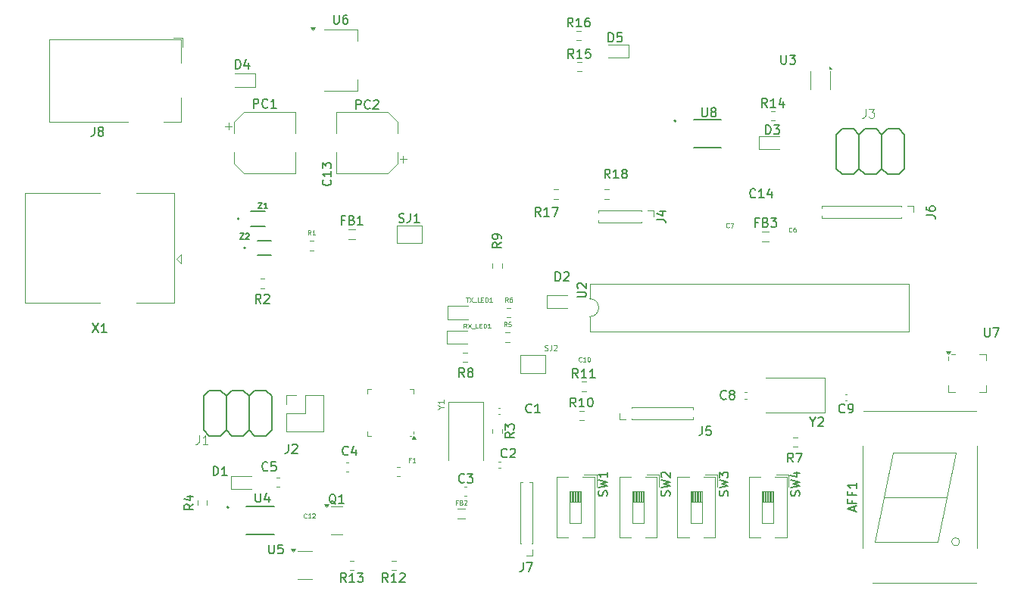
<source format=gbr>
%TF.GenerationSoftware,KiCad,Pcbnew,8.0.8*%
%TF.CreationDate,2025-05-31T18:37:02+02:00*%
%TF.ProjectId,Arduino_pcb,41726475-696e-46f5-9f70-63622e6b6963,rev?*%
%TF.SameCoordinates,Original*%
%TF.FileFunction,Legend,Top*%
%TF.FilePolarity,Positive*%
%FSLAX46Y46*%
G04 Gerber Fmt 4.6, Leading zero omitted, Abs format (unit mm)*
G04 Created by KiCad (PCBNEW 8.0.8) date 2025-05-31 18:37:02*
%MOMM*%
%LPD*%
G01*
G04 APERTURE LIST*
%ADD10C,0.150000*%
%ADD11C,0.080000*%
%ADD12C,0.100000*%
%ADD13C,0.070000*%
%ADD14C,0.110000*%
%ADD15C,0.127000*%
%ADD16C,0.200000*%
%ADD17C,0.120000*%
%ADD18C,0.152400*%
G04 APERTURE END LIST*
D10*
X79738095Y-138954819D02*
X79738095Y-139764342D01*
X79738095Y-139764342D02*
X79785714Y-139859580D01*
X79785714Y-139859580D02*
X79833333Y-139907200D01*
X79833333Y-139907200D02*
X79928571Y-139954819D01*
X79928571Y-139954819D02*
X80119047Y-139954819D01*
X80119047Y-139954819D02*
X80214285Y-139907200D01*
X80214285Y-139907200D02*
X80261904Y-139859580D01*
X80261904Y-139859580D02*
X80309523Y-139764342D01*
X80309523Y-139764342D02*
X80309523Y-138954819D01*
X81214285Y-139288152D02*
X81214285Y-139954819D01*
X80976190Y-138907200D02*
X80738095Y-139621485D01*
X80738095Y-139621485D02*
X81357142Y-139621485D01*
X115282142Y-90274819D02*
X114948809Y-89798628D01*
X114710714Y-90274819D02*
X114710714Y-89274819D01*
X114710714Y-89274819D02*
X115091666Y-89274819D01*
X115091666Y-89274819D02*
X115186904Y-89322438D01*
X115186904Y-89322438D02*
X115234523Y-89370057D01*
X115234523Y-89370057D02*
X115282142Y-89465295D01*
X115282142Y-89465295D02*
X115282142Y-89608152D01*
X115282142Y-89608152D02*
X115234523Y-89703390D01*
X115234523Y-89703390D02*
X115186904Y-89751009D01*
X115186904Y-89751009D02*
X115091666Y-89798628D01*
X115091666Y-89798628D02*
X114710714Y-89798628D01*
X116234523Y-90274819D02*
X115663095Y-90274819D01*
X115948809Y-90274819D02*
X115948809Y-89274819D01*
X115948809Y-89274819D02*
X115853571Y-89417676D01*
X115853571Y-89417676D02*
X115758333Y-89512914D01*
X115758333Y-89512914D02*
X115663095Y-89560533D01*
X117139285Y-89274819D02*
X116663095Y-89274819D01*
X116663095Y-89274819D02*
X116615476Y-89751009D01*
X116615476Y-89751009D02*
X116663095Y-89703390D01*
X116663095Y-89703390D02*
X116758333Y-89655771D01*
X116758333Y-89655771D02*
X116996428Y-89655771D01*
X116996428Y-89655771D02*
X117091666Y-89703390D01*
X117091666Y-89703390D02*
X117139285Y-89751009D01*
X117139285Y-89751009D02*
X117186904Y-89846247D01*
X117186904Y-89846247D02*
X117186904Y-90084342D01*
X117186904Y-90084342D02*
X117139285Y-90179580D01*
X117139285Y-90179580D02*
X117091666Y-90227200D01*
X117091666Y-90227200D02*
X116996428Y-90274819D01*
X116996428Y-90274819D02*
X116758333Y-90274819D01*
X116758333Y-90274819D02*
X116663095Y-90227200D01*
X116663095Y-90227200D02*
X116615476Y-90179580D01*
X129643095Y-95842819D02*
X129643095Y-96652342D01*
X129643095Y-96652342D02*
X129690714Y-96747580D01*
X129690714Y-96747580D02*
X129738333Y-96795200D01*
X129738333Y-96795200D02*
X129833571Y-96842819D01*
X129833571Y-96842819D02*
X130024047Y-96842819D01*
X130024047Y-96842819D02*
X130119285Y-96795200D01*
X130119285Y-96795200D02*
X130166904Y-96747580D01*
X130166904Y-96747580D02*
X130214523Y-96652342D01*
X130214523Y-96652342D02*
X130214523Y-95842819D01*
X130833571Y-96271390D02*
X130738333Y-96223771D01*
X130738333Y-96223771D02*
X130690714Y-96176152D01*
X130690714Y-96176152D02*
X130643095Y-96080914D01*
X130643095Y-96080914D02*
X130643095Y-96033295D01*
X130643095Y-96033295D02*
X130690714Y-95938057D01*
X130690714Y-95938057D02*
X130738333Y-95890438D01*
X130738333Y-95890438D02*
X130833571Y-95842819D01*
X130833571Y-95842819D02*
X131024047Y-95842819D01*
X131024047Y-95842819D02*
X131119285Y-95890438D01*
X131119285Y-95890438D02*
X131166904Y-95938057D01*
X131166904Y-95938057D02*
X131214523Y-96033295D01*
X131214523Y-96033295D02*
X131214523Y-96080914D01*
X131214523Y-96080914D02*
X131166904Y-96176152D01*
X131166904Y-96176152D02*
X131119285Y-96223771D01*
X131119285Y-96223771D02*
X131024047Y-96271390D01*
X131024047Y-96271390D02*
X130833571Y-96271390D01*
X130833571Y-96271390D02*
X130738333Y-96319009D01*
X130738333Y-96319009D02*
X130690714Y-96366628D01*
X130690714Y-96366628D02*
X130643095Y-96461866D01*
X130643095Y-96461866D02*
X130643095Y-96652342D01*
X130643095Y-96652342D02*
X130690714Y-96747580D01*
X130690714Y-96747580D02*
X130738333Y-96795200D01*
X130738333Y-96795200D02*
X130833571Y-96842819D01*
X130833571Y-96842819D02*
X131024047Y-96842819D01*
X131024047Y-96842819D02*
X131119285Y-96795200D01*
X131119285Y-96795200D02*
X131166904Y-96747580D01*
X131166904Y-96747580D02*
X131214523Y-96652342D01*
X131214523Y-96652342D02*
X131214523Y-96461866D01*
X131214523Y-96461866D02*
X131166904Y-96366628D01*
X131166904Y-96366628D02*
X131119285Y-96319009D01*
X131119285Y-96319009D02*
X131024047Y-96271390D01*
X115704819Y-117011904D02*
X116514342Y-117011904D01*
X116514342Y-117011904D02*
X116609580Y-116964285D01*
X116609580Y-116964285D02*
X116657200Y-116916666D01*
X116657200Y-116916666D02*
X116704819Y-116821428D01*
X116704819Y-116821428D02*
X116704819Y-116630952D01*
X116704819Y-116630952D02*
X116657200Y-116535714D01*
X116657200Y-116535714D02*
X116609580Y-116488095D01*
X116609580Y-116488095D02*
X116514342Y-116440476D01*
X116514342Y-116440476D02*
X115704819Y-116440476D01*
X115800057Y-116011904D02*
X115752438Y-115964285D01*
X115752438Y-115964285D02*
X115704819Y-115869047D01*
X115704819Y-115869047D02*
X115704819Y-115630952D01*
X115704819Y-115630952D02*
X115752438Y-115535714D01*
X115752438Y-115535714D02*
X115800057Y-115488095D01*
X115800057Y-115488095D02*
X115895295Y-115440476D01*
X115895295Y-115440476D02*
X115990533Y-115440476D01*
X115990533Y-115440476D02*
X116133390Y-115488095D01*
X116133390Y-115488095D02*
X116704819Y-116059523D01*
X116704819Y-116059523D02*
X116704819Y-115440476D01*
X83416666Y-133454819D02*
X83416666Y-134169104D01*
X83416666Y-134169104D02*
X83369047Y-134311961D01*
X83369047Y-134311961D02*
X83273809Y-134407200D01*
X83273809Y-134407200D02*
X83130952Y-134454819D01*
X83130952Y-134454819D02*
X83035714Y-134454819D01*
X83845238Y-133550057D02*
X83892857Y-133502438D01*
X83892857Y-133502438D02*
X83988095Y-133454819D01*
X83988095Y-133454819D02*
X84226190Y-133454819D01*
X84226190Y-133454819D02*
X84321428Y-133502438D01*
X84321428Y-133502438D02*
X84369047Y-133550057D01*
X84369047Y-133550057D02*
X84416666Y-133645295D01*
X84416666Y-133645295D02*
X84416666Y-133740533D01*
X84416666Y-133740533D02*
X84369047Y-133883390D01*
X84369047Y-133883390D02*
X83797619Y-134454819D01*
X83797619Y-134454819D02*
X84416666Y-134454819D01*
X115782142Y-126024819D02*
X115448809Y-125548628D01*
X115210714Y-126024819D02*
X115210714Y-125024819D01*
X115210714Y-125024819D02*
X115591666Y-125024819D01*
X115591666Y-125024819D02*
X115686904Y-125072438D01*
X115686904Y-125072438D02*
X115734523Y-125120057D01*
X115734523Y-125120057D02*
X115782142Y-125215295D01*
X115782142Y-125215295D02*
X115782142Y-125358152D01*
X115782142Y-125358152D02*
X115734523Y-125453390D01*
X115734523Y-125453390D02*
X115686904Y-125501009D01*
X115686904Y-125501009D02*
X115591666Y-125548628D01*
X115591666Y-125548628D02*
X115210714Y-125548628D01*
X116734523Y-126024819D02*
X116163095Y-126024819D01*
X116448809Y-126024819D02*
X116448809Y-125024819D01*
X116448809Y-125024819D02*
X116353571Y-125167676D01*
X116353571Y-125167676D02*
X116258333Y-125262914D01*
X116258333Y-125262914D02*
X116163095Y-125310533D01*
X117686904Y-126024819D02*
X117115476Y-126024819D01*
X117401190Y-126024819D02*
X117401190Y-125024819D01*
X117401190Y-125024819D02*
X117305952Y-125167676D01*
X117305952Y-125167676D02*
X117210714Y-125262914D01*
X117210714Y-125262914D02*
X117115476Y-125310533D01*
X75011905Y-136954819D02*
X75011905Y-135954819D01*
X75011905Y-135954819D02*
X75250000Y-135954819D01*
X75250000Y-135954819D02*
X75392857Y-136002438D01*
X75392857Y-136002438D02*
X75488095Y-136097676D01*
X75488095Y-136097676D02*
X75535714Y-136192914D01*
X75535714Y-136192914D02*
X75583333Y-136383390D01*
X75583333Y-136383390D02*
X75583333Y-136526247D01*
X75583333Y-136526247D02*
X75535714Y-136716723D01*
X75535714Y-136716723D02*
X75488095Y-136811961D01*
X75488095Y-136811961D02*
X75392857Y-136907200D01*
X75392857Y-136907200D02*
X75250000Y-136954819D01*
X75250000Y-136954819D02*
X75011905Y-136954819D01*
X76535714Y-136954819D02*
X75964286Y-136954819D01*
X76250000Y-136954819D02*
X76250000Y-135954819D01*
X76250000Y-135954819D02*
X76154762Y-136097676D01*
X76154762Y-136097676D02*
X76059524Y-136192914D01*
X76059524Y-136192914D02*
X75964286Y-136240533D01*
X88109580Y-103892857D02*
X88157200Y-103940476D01*
X88157200Y-103940476D02*
X88204819Y-104083333D01*
X88204819Y-104083333D02*
X88204819Y-104178571D01*
X88204819Y-104178571D02*
X88157200Y-104321428D01*
X88157200Y-104321428D02*
X88061961Y-104416666D01*
X88061961Y-104416666D02*
X87966723Y-104464285D01*
X87966723Y-104464285D02*
X87776247Y-104511904D01*
X87776247Y-104511904D02*
X87633390Y-104511904D01*
X87633390Y-104511904D02*
X87442914Y-104464285D01*
X87442914Y-104464285D02*
X87347676Y-104416666D01*
X87347676Y-104416666D02*
X87252438Y-104321428D01*
X87252438Y-104321428D02*
X87204819Y-104178571D01*
X87204819Y-104178571D02*
X87204819Y-104083333D01*
X87204819Y-104083333D02*
X87252438Y-103940476D01*
X87252438Y-103940476D02*
X87300057Y-103892857D01*
X88204819Y-102940476D02*
X88204819Y-103511904D01*
X88204819Y-103226190D02*
X87204819Y-103226190D01*
X87204819Y-103226190D02*
X87347676Y-103321428D01*
X87347676Y-103321428D02*
X87442914Y-103416666D01*
X87442914Y-103416666D02*
X87490533Y-103511904D01*
X87204819Y-102607142D02*
X87204819Y-101988095D01*
X87204819Y-101988095D02*
X87585771Y-102321428D01*
X87585771Y-102321428D02*
X87585771Y-102178571D01*
X87585771Y-102178571D02*
X87633390Y-102083333D01*
X87633390Y-102083333D02*
X87681009Y-102035714D01*
X87681009Y-102035714D02*
X87776247Y-101988095D01*
X87776247Y-101988095D02*
X88014342Y-101988095D01*
X88014342Y-101988095D02*
X88109580Y-102035714D01*
X88109580Y-102035714D02*
X88157200Y-102083333D01*
X88157200Y-102083333D02*
X88204819Y-102178571D01*
X88204819Y-102178571D02*
X88204819Y-102464285D01*
X88204819Y-102464285D02*
X88157200Y-102559523D01*
X88157200Y-102559523D02*
X88109580Y-102607142D01*
X145583333Y-129859580D02*
X145535714Y-129907200D01*
X145535714Y-129907200D02*
X145392857Y-129954819D01*
X145392857Y-129954819D02*
X145297619Y-129954819D01*
X145297619Y-129954819D02*
X145154762Y-129907200D01*
X145154762Y-129907200D02*
X145059524Y-129811961D01*
X145059524Y-129811961D02*
X145011905Y-129716723D01*
X145011905Y-129716723D02*
X144964286Y-129526247D01*
X144964286Y-129526247D02*
X144964286Y-129383390D01*
X144964286Y-129383390D02*
X145011905Y-129192914D01*
X145011905Y-129192914D02*
X145059524Y-129097676D01*
X145059524Y-129097676D02*
X145154762Y-129002438D01*
X145154762Y-129002438D02*
X145297619Y-128954819D01*
X145297619Y-128954819D02*
X145392857Y-128954819D01*
X145392857Y-128954819D02*
X145535714Y-129002438D01*
X145535714Y-129002438D02*
X145583333Y-129050057D01*
X146059524Y-129954819D02*
X146250000Y-129954819D01*
X146250000Y-129954819D02*
X146345238Y-129907200D01*
X146345238Y-129907200D02*
X146392857Y-129859580D01*
X146392857Y-129859580D02*
X146488095Y-129716723D01*
X146488095Y-129716723D02*
X146535714Y-129526247D01*
X146535714Y-129526247D02*
X146535714Y-129145295D01*
X146535714Y-129145295D02*
X146488095Y-129050057D01*
X146488095Y-129050057D02*
X146440476Y-129002438D01*
X146440476Y-129002438D02*
X146345238Y-128954819D01*
X146345238Y-128954819D02*
X146154762Y-128954819D01*
X146154762Y-128954819D02*
X146059524Y-129002438D01*
X146059524Y-129002438D02*
X146011905Y-129050057D01*
X146011905Y-129050057D02*
X145964286Y-129145295D01*
X145964286Y-129145295D02*
X145964286Y-129383390D01*
X145964286Y-129383390D02*
X146011905Y-129478628D01*
X146011905Y-129478628D02*
X146059524Y-129526247D01*
X146059524Y-129526247D02*
X146154762Y-129573866D01*
X146154762Y-129573866D02*
X146345238Y-129573866D01*
X146345238Y-129573866D02*
X146440476Y-129526247D01*
X146440476Y-129526247D02*
X146488095Y-129478628D01*
X146488095Y-129478628D02*
X146535714Y-129383390D01*
D11*
X103261906Y-117047149D02*
X103547620Y-117047149D01*
X103404763Y-117547149D02*
X103404763Y-117047149D01*
X103666667Y-117047149D02*
X104000000Y-117547149D01*
X104000000Y-117047149D02*
X103666667Y-117547149D01*
X104071429Y-117594768D02*
X104452381Y-117594768D01*
X104809523Y-117547149D02*
X104571428Y-117547149D01*
X104571428Y-117547149D02*
X104571428Y-117047149D01*
X104976190Y-117285244D02*
X105142857Y-117285244D01*
X105214285Y-117547149D02*
X104976190Y-117547149D01*
X104976190Y-117547149D02*
X104976190Y-117047149D01*
X104976190Y-117047149D02*
X105214285Y-117047149D01*
X105428571Y-117547149D02*
X105428571Y-117047149D01*
X105428571Y-117047149D02*
X105547619Y-117047149D01*
X105547619Y-117047149D02*
X105619047Y-117070959D01*
X105619047Y-117070959D02*
X105666666Y-117118578D01*
X105666666Y-117118578D02*
X105690476Y-117166197D01*
X105690476Y-117166197D02*
X105714285Y-117261435D01*
X105714285Y-117261435D02*
X105714285Y-117332863D01*
X105714285Y-117332863D02*
X105690476Y-117428101D01*
X105690476Y-117428101D02*
X105666666Y-117475720D01*
X105666666Y-117475720D02*
X105619047Y-117523340D01*
X105619047Y-117523340D02*
X105547619Y-117547149D01*
X105547619Y-117547149D02*
X105428571Y-117547149D01*
X106190476Y-117547149D02*
X105904762Y-117547149D01*
X106047619Y-117547149D02*
X106047619Y-117047149D01*
X106047619Y-117047149D02*
X106000000Y-117118578D01*
X106000000Y-117118578D02*
X105952381Y-117166197D01*
X105952381Y-117166197D02*
X105904762Y-117190006D01*
D10*
X142023809Y-130978628D02*
X142023809Y-131454819D01*
X141690476Y-130454819D02*
X142023809Y-130978628D01*
X142023809Y-130978628D02*
X142357142Y-130454819D01*
X142642857Y-130550057D02*
X142690476Y-130502438D01*
X142690476Y-130502438D02*
X142785714Y-130454819D01*
X142785714Y-130454819D02*
X143023809Y-130454819D01*
X143023809Y-130454819D02*
X143119047Y-130502438D01*
X143119047Y-130502438D02*
X143166666Y-130550057D01*
X143166666Y-130550057D02*
X143214285Y-130645295D01*
X143214285Y-130645295D02*
X143214285Y-130740533D01*
X143214285Y-130740533D02*
X143166666Y-130883390D01*
X143166666Y-130883390D02*
X142595238Y-131454819D01*
X142595238Y-131454819D02*
X143214285Y-131454819D01*
D11*
X85916666Y-110047149D02*
X85750000Y-109809054D01*
X85630952Y-110047149D02*
X85630952Y-109547149D01*
X85630952Y-109547149D02*
X85821428Y-109547149D01*
X85821428Y-109547149D02*
X85869047Y-109570959D01*
X85869047Y-109570959D02*
X85892857Y-109594768D01*
X85892857Y-109594768D02*
X85916666Y-109642387D01*
X85916666Y-109642387D02*
X85916666Y-109713816D01*
X85916666Y-109713816D02*
X85892857Y-109761435D01*
X85892857Y-109761435D02*
X85869047Y-109785244D01*
X85869047Y-109785244D02*
X85821428Y-109809054D01*
X85821428Y-109809054D02*
X85630952Y-109809054D01*
X86392857Y-110047149D02*
X86107143Y-110047149D01*
X86250000Y-110047149D02*
X86250000Y-109547149D01*
X86250000Y-109547149D02*
X86202381Y-109618578D01*
X86202381Y-109618578D02*
X86154762Y-109666197D01*
X86154762Y-109666197D02*
X86107143Y-109690006D01*
D10*
X81238095Y-144704819D02*
X81238095Y-145514342D01*
X81238095Y-145514342D02*
X81285714Y-145609580D01*
X81285714Y-145609580D02*
X81333333Y-145657200D01*
X81333333Y-145657200D02*
X81428571Y-145704819D01*
X81428571Y-145704819D02*
X81619047Y-145704819D01*
X81619047Y-145704819D02*
X81714285Y-145657200D01*
X81714285Y-145657200D02*
X81761904Y-145609580D01*
X81761904Y-145609580D02*
X81809523Y-145514342D01*
X81809523Y-145514342D02*
X81809523Y-144704819D01*
X82761904Y-144704819D02*
X82285714Y-144704819D01*
X82285714Y-144704819D02*
X82238095Y-145181009D01*
X82238095Y-145181009D02*
X82285714Y-145133390D01*
X82285714Y-145133390D02*
X82380952Y-145085771D01*
X82380952Y-145085771D02*
X82619047Y-145085771D01*
X82619047Y-145085771D02*
X82714285Y-145133390D01*
X82714285Y-145133390D02*
X82761904Y-145181009D01*
X82761904Y-145181009D02*
X82809523Y-145276247D01*
X82809523Y-145276247D02*
X82809523Y-145514342D01*
X82809523Y-145514342D02*
X82761904Y-145609580D01*
X82761904Y-145609580D02*
X82714285Y-145657200D01*
X82714285Y-145657200D02*
X82619047Y-145704819D01*
X82619047Y-145704819D02*
X82380952Y-145704819D01*
X82380952Y-145704819D02*
X82285714Y-145657200D01*
X82285714Y-145657200D02*
X82238095Y-145609580D01*
X135916666Y-108631009D02*
X135583333Y-108631009D01*
X135583333Y-109154819D02*
X135583333Y-108154819D01*
X135583333Y-108154819D02*
X136059523Y-108154819D01*
X136773809Y-108631009D02*
X136916666Y-108678628D01*
X136916666Y-108678628D02*
X136964285Y-108726247D01*
X136964285Y-108726247D02*
X137011904Y-108821485D01*
X137011904Y-108821485D02*
X137011904Y-108964342D01*
X137011904Y-108964342D02*
X136964285Y-109059580D01*
X136964285Y-109059580D02*
X136916666Y-109107200D01*
X136916666Y-109107200D02*
X136821428Y-109154819D01*
X136821428Y-109154819D02*
X136440476Y-109154819D01*
X136440476Y-109154819D02*
X136440476Y-108154819D01*
X136440476Y-108154819D02*
X136773809Y-108154819D01*
X136773809Y-108154819D02*
X136869047Y-108202438D01*
X136869047Y-108202438D02*
X136916666Y-108250057D01*
X136916666Y-108250057D02*
X136964285Y-108345295D01*
X136964285Y-108345295D02*
X136964285Y-108440533D01*
X136964285Y-108440533D02*
X136916666Y-108535771D01*
X136916666Y-108535771D02*
X136869047Y-108583390D01*
X136869047Y-108583390D02*
X136773809Y-108631009D01*
X136773809Y-108631009D02*
X136440476Y-108631009D01*
X137345238Y-108154819D02*
X137964285Y-108154819D01*
X137964285Y-108154819D02*
X137630952Y-108535771D01*
X137630952Y-108535771D02*
X137773809Y-108535771D01*
X137773809Y-108535771D02*
X137869047Y-108583390D01*
X137869047Y-108583390D02*
X137916666Y-108631009D01*
X137916666Y-108631009D02*
X137964285Y-108726247D01*
X137964285Y-108726247D02*
X137964285Y-108964342D01*
X137964285Y-108964342D02*
X137916666Y-109059580D01*
X137916666Y-109059580D02*
X137869047Y-109107200D01*
X137869047Y-109107200D02*
X137773809Y-109154819D01*
X137773809Y-109154819D02*
X137488095Y-109154819D01*
X137488095Y-109154819D02*
X137392857Y-109107200D01*
X137392857Y-109107200D02*
X137345238Y-109059580D01*
X136761905Y-98774819D02*
X136761905Y-97774819D01*
X136761905Y-97774819D02*
X137000000Y-97774819D01*
X137000000Y-97774819D02*
X137142857Y-97822438D01*
X137142857Y-97822438D02*
X137238095Y-97917676D01*
X137238095Y-97917676D02*
X137285714Y-98012914D01*
X137285714Y-98012914D02*
X137333333Y-98203390D01*
X137333333Y-98203390D02*
X137333333Y-98346247D01*
X137333333Y-98346247D02*
X137285714Y-98536723D01*
X137285714Y-98536723D02*
X137238095Y-98631961D01*
X137238095Y-98631961D02*
X137142857Y-98727200D01*
X137142857Y-98727200D02*
X137000000Y-98774819D01*
X137000000Y-98774819D02*
X136761905Y-98774819D01*
X137666667Y-97774819D02*
X138285714Y-97774819D01*
X138285714Y-97774819D02*
X137952381Y-98155771D01*
X137952381Y-98155771D02*
X138095238Y-98155771D01*
X138095238Y-98155771D02*
X138190476Y-98203390D01*
X138190476Y-98203390D02*
X138238095Y-98251009D01*
X138238095Y-98251009D02*
X138285714Y-98346247D01*
X138285714Y-98346247D02*
X138285714Y-98584342D01*
X138285714Y-98584342D02*
X138238095Y-98679580D01*
X138238095Y-98679580D02*
X138190476Y-98727200D01*
X138190476Y-98727200D02*
X138095238Y-98774819D01*
X138095238Y-98774819D02*
X137809524Y-98774819D01*
X137809524Y-98774819D02*
X137714286Y-98727200D01*
X137714286Y-98727200D02*
X137666667Y-98679580D01*
X107833333Y-134859580D02*
X107785714Y-134907200D01*
X107785714Y-134907200D02*
X107642857Y-134954819D01*
X107642857Y-134954819D02*
X107547619Y-134954819D01*
X107547619Y-134954819D02*
X107404762Y-134907200D01*
X107404762Y-134907200D02*
X107309524Y-134811961D01*
X107309524Y-134811961D02*
X107261905Y-134716723D01*
X107261905Y-134716723D02*
X107214286Y-134526247D01*
X107214286Y-134526247D02*
X107214286Y-134383390D01*
X107214286Y-134383390D02*
X107261905Y-134192914D01*
X107261905Y-134192914D02*
X107309524Y-134097676D01*
X107309524Y-134097676D02*
X107404762Y-134002438D01*
X107404762Y-134002438D02*
X107547619Y-133954819D01*
X107547619Y-133954819D02*
X107642857Y-133954819D01*
X107642857Y-133954819D02*
X107785714Y-134002438D01*
X107785714Y-134002438D02*
X107833333Y-134050057D01*
X108214286Y-134050057D02*
X108261905Y-134002438D01*
X108261905Y-134002438D02*
X108357143Y-133954819D01*
X108357143Y-133954819D02*
X108595238Y-133954819D01*
X108595238Y-133954819D02*
X108690476Y-134002438D01*
X108690476Y-134002438D02*
X108738095Y-134050057D01*
X108738095Y-134050057D02*
X108785714Y-134145295D01*
X108785714Y-134145295D02*
X108785714Y-134240533D01*
X108785714Y-134240533D02*
X108738095Y-134383390D01*
X108738095Y-134383390D02*
X108166667Y-134954819D01*
X108166667Y-134954819D02*
X108785714Y-134954819D01*
D12*
X147916666Y-95957419D02*
X147916666Y-96671704D01*
X147916666Y-96671704D02*
X147869047Y-96814561D01*
X147869047Y-96814561D02*
X147773809Y-96909800D01*
X147773809Y-96909800D02*
X147630952Y-96957419D01*
X147630952Y-96957419D02*
X147535714Y-96957419D01*
X148297619Y-95957419D02*
X148916666Y-95957419D01*
X148916666Y-95957419D02*
X148583333Y-96338371D01*
X148583333Y-96338371D02*
X148726190Y-96338371D01*
X148726190Y-96338371D02*
X148821428Y-96385990D01*
X148821428Y-96385990D02*
X148869047Y-96433609D01*
X148869047Y-96433609D02*
X148916666Y-96528847D01*
X148916666Y-96528847D02*
X148916666Y-96766942D01*
X148916666Y-96766942D02*
X148869047Y-96862180D01*
X148869047Y-96862180D02*
X148821428Y-96909800D01*
X148821428Y-96909800D02*
X148726190Y-96957419D01*
X148726190Y-96957419D02*
X148440476Y-96957419D01*
X148440476Y-96957419D02*
X148345238Y-96909800D01*
X148345238Y-96909800D02*
X148297619Y-96862180D01*
D11*
X100486340Y-129333333D02*
X100819673Y-129333333D01*
X100119673Y-129566666D02*
X100486340Y-129333333D01*
X100486340Y-129333333D02*
X100119673Y-129099999D01*
X100819673Y-128499999D02*
X100819673Y-128899999D01*
X100819673Y-128699999D02*
X100119673Y-128699999D01*
X100119673Y-128699999D02*
X100219673Y-128766666D01*
X100219673Y-128766666D02*
X100286340Y-128833333D01*
X100286340Y-128833333D02*
X100319673Y-128899999D01*
D10*
X77981904Y-109898276D02*
X78408571Y-109898276D01*
X78408571Y-109898276D02*
X77981904Y-110538276D01*
X77981904Y-110538276D02*
X78408571Y-110538276D01*
X78621904Y-109959228D02*
X78652380Y-109928752D01*
X78652380Y-109928752D02*
X78713333Y-109898276D01*
X78713333Y-109898276D02*
X78865714Y-109898276D01*
X78865714Y-109898276D02*
X78926666Y-109928752D01*
X78926666Y-109928752D02*
X78957142Y-109959228D01*
X78957142Y-109959228D02*
X78987619Y-110020180D01*
X78987619Y-110020180D02*
X78987619Y-110081133D01*
X78987619Y-110081133D02*
X78957142Y-110172561D01*
X78957142Y-110172561D02*
X78591428Y-110538276D01*
X78591428Y-110538276D02*
X78987619Y-110538276D01*
X146669104Y-140951428D02*
X146669104Y-140475238D01*
X146954819Y-141046666D02*
X145954819Y-140713333D01*
X145954819Y-140713333D02*
X146954819Y-140380000D01*
X146431009Y-139713333D02*
X146431009Y-140046666D01*
X146954819Y-140046666D02*
X145954819Y-140046666D01*
X145954819Y-140046666D02*
X145954819Y-139570476D01*
X146431009Y-138856190D02*
X146431009Y-139189523D01*
X146954819Y-139189523D02*
X145954819Y-139189523D01*
X145954819Y-139189523D02*
X145954819Y-138713333D01*
X146954819Y-137808571D02*
X146954819Y-138379999D01*
X146954819Y-138094285D02*
X145954819Y-138094285D01*
X145954819Y-138094285D02*
X146097676Y-138189523D01*
X146097676Y-138189523D02*
X146192914Y-138284761D01*
X146192914Y-138284761D02*
X146240533Y-138379999D01*
X135607142Y-105809580D02*
X135559523Y-105857200D01*
X135559523Y-105857200D02*
X135416666Y-105904819D01*
X135416666Y-105904819D02*
X135321428Y-105904819D01*
X135321428Y-105904819D02*
X135178571Y-105857200D01*
X135178571Y-105857200D02*
X135083333Y-105761961D01*
X135083333Y-105761961D02*
X135035714Y-105666723D01*
X135035714Y-105666723D02*
X134988095Y-105476247D01*
X134988095Y-105476247D02*
X134988095Y-105333390D01*
X134988095Y-105333390D02*
X135035714Y-105142914D01*
X135035714Y-105142914D02*
X135083333Y-105047676D01*
X135083333Y-105047676D02*
X135178571Y-104952438D01*
X135178571Y-104952438D02*
X135321428Y-104904819D01*
X135321428Y-104904819D02*
X135416666Y-104904819D01*
X135416666Y-104904819D02*
X135559523Y-104952438D01*
X135559523Y-104952438D02*
X135607142Y-105000057D01*
X136559523Y-105904819D02*
X135988095Y-105904819D01*
X136273809Y-105904819D02*
X136273809Y-104904819D01*
X136273809Y-104904819D02*
X136178571Y-105047676D01*
X136178571Y-105047676D02*
X136083333Y-105142914D01*
X136083333Y-105142914D02*
X135988095Y-105190533D01*
X137416666Y-105238152D02*
X137416666Y-105904819D01*
X137178571Y-104857200D02*
X136940476Y-105571485D01*
X136940476Y-105571485D02*
X137559523Y-105571485D01*
D11*
X103309524Y-120477149D02*
X103142858Y-120239054D01*
X103023810Y-120477149D02*
X103023810Y-119977149D01*
X103023810Y-119977149D02*
X103214286Y-119977149D01*
X103214286Y-119977149D02*
X103261905Y-120000959D01*
X103261905Y-120000959D02*
X103285715Y-120024768D01*
X103285715Y-120024768D02*
X103309524Y-120072387D01*
X103309524Y-120072387D02*
X103309524Y-120143816D01*
X103309524Y-120143816D02*
X103285715Y-120191435D01*
X103285715Y-120191435D02*
X103261905Y-120215244D01*
X103261905Y-120215244D02*
X103214286Y-120239054D01*
X103214286Y-120239054D02*
X103023810Y-120239054D01*
X103476191Y-119977149D02*
X103809524Y-120477149D01*
X103809524Y-119977149D02*
X103476191Y-120477149D01*
X103880953Y-120524768D02*
X104261905Y-120524768D01*
X104619047Y-120477149D02*
X104380952Y-120477149D01*
X104380952Y-120477149D02*
X104380952Y-119977149D01*
X104785714Y-120215244D02*
X104952381Y-120215244D01*
X105023809Y-120477149D02*
X104785714Y-120477149D01*
X104785714Y-120477149D02*
X104785714Y-119977149D01*
X104785714Y-119977149D02*
X105023809Y-119977149D01*
X105238095Y-120477149D02*
X105238095Y-119977149D01*
X105238095Y-119977149D02*
X105357143Y-119977149D01*
X105357143Y-119977149D02*
X105428571Y-120000959D01*
X105428571Y-120000959D02*
X105476190Y-120048578D01*
X105476190Y-120048578D02*
X105500000Y-120096197D01*
X105500000Y-120096197D02*
X105523809Y-120191435D01*
X105523809Y-120191435D02*
X105523809Y-120262863D01*
X105523809Y-120262863D02*
X105500000Y-120358101D01*
X105500000Y-120358101D02*
X105476190Y-120405720D01*
X105476190Y-120405720D02*
X105428571Y-120453340D01*
X105428571Y-120453340D02*
X105357143Y-120477149D01*
X105357143Y-120477149D02*
X105238095Y-120477149D01*
X106000000Y-120477149D02*
X105714286Y-120477149D01*
X105857143Y-120477149D02*
X105857143Y-119977149D01*
X105857143Y-119977149D02*
X105809524Y-120048578D01*
X105809524Y-120048578D02*
X105761905Y-120096197D01*
X105761905Y-120096197D02*
X105714286Y-120120006D01*
D10*
X139833333Y-135454819D02*
X139500000Y-134978628D01*
X139261905Y-135454819D02*
X139261905Y-134454819D01*
X139261905Y-134454819D02*
X139642857Y-134454819D01*
X139642857Y-134454819D02*
X139738095Y-134502438D01*
X139738095Y-134502438D02*
X139785714Y-134550057D01*
X139785714Y-134550057D02*
X139833333Y-134645295D01*
X139833333Y-134645295D02*
X139833333Y-134788152D01*
X139833333Y-134788152D02*
X139785714Y-134883390D01*
X139785714Y-134883390D02*
X139738095Y-134931009D01*
X139738095Y-134931009D02*
X139642857Y-134978628D01*
X139642857Y-134978628D02*
X139261905Y-134978628D01*
X140166667Y-134454819D02*
X140833333Y-134454819D01*
X140833333Y-134454819D02*
X140404762Y-135454819D01*
X72774819Y-140166666D02*
X72298628Y-140499999D01*
X72774819Y-140738094D02*
X71774819Y-140738094D01*
X71774819Y-140738094D02*
X71774819Y-140357142D01*
X71774819Y-140357142D02*
X71822438Y-140261904D01*
X71822438Y-140261904D02*
X71870057Y-140214285D01*
X71870057Y-140214285D02*
X71965295Y-140166666D01*
X71965295Y-140166666D02*
X72108152Y-140166666D01*
X72108152Y-140166666D02*
X72203390Y-140214285D01*
X72203390Y-140214285D02*
X72251009Y-140261904D01*
X72251009Y-140261904D02*
X72298628Y-140357142D01*
X72298628Y-140357142D02*
X72298628Y-140738094D01*
X72108152Y-139309523D02*
X72774819Y-139309523D01*
X71727200Y-139547618D02*
X72441485Y-139785713D01*
X72441485Y-139785713D02*
X72441485Y-139166666D01*
X88488095Y-85454819D02*
X88488095Y-86264342D01*
X88488095Y-86264342D02*
X88535714Y-86359580D01*
X88535714Y-86359580D02*
X88583333Y-86407200D01*
X88583333Y-86407200D02*
X88678571Y-86454819D01*
X88678571Y-86454819D02*
X88869047Y-86454819D01*
X88869047Y-86454819D02*
X88964285Y-86407200D01*
X88964285Y-86407200D02*
X89011904Y-86359580D01*
X89011904Y-86359580D02*
X89059523Y-86264342D01*
X89059523Y-86264342D02*
X89059523Y-85454819D01*
X89964285Y-85454819D02*
X89773809Y-85454819D01*
X89773809Y-85454819D02*
X89678571Y-85502438D01*
X89678571Y-85502438D02*
X89630952Y-85550057D01*
X89630952Y-85550057D02*
X89535714Y-85692914D01*
X89535714Y-85692914D02*
X89488095Y-85883390D01*
X89488095Y-85883390D02*
X89488095Y-86264342D01*
X89488095Y-86264342D02*
X89535714Y-86359580D01*
X89535714Y-86359580D02*
X89583333Y-86407200D01*
X89583333Y-86407200D02*
X89678571Y-86454819D01*
X89678571Y-86454819D02*
X89869047Y-86454819D01*
X89869047Y-86454819D02*
X89964285Y-86407200D01*
X89964285Y-86407200D02*
X90011904Y-86359580D01*
X90011904Y-86359580D02*
X90059523Y-86264342D01*
X90059523Y-86264342D02*
X90059523Y-86026247D01*
X90059523Y-86026247D02*
X90011904Y-85931009D01*
X90011904Y-85931009D02*
X89964285Y-85883390D01*
X89964285Y-85883390D02*
X89869047Y-85835771D01*
X89869047Y-85835771D02*
X89678571Y-85835771D01*
X89678571Y-85835771D02*
X89583333Y-85883390D01*
X89583333Y-85883390D02*
X89535714Y-85931009D01*
X89535714Y-85931009D02*
X89488095Y-86026247D01*
X80333333Y-117704819D02*
X80000000Y-117228628D01*
X79761905Y-117704819D02*
X79761905Y-116704819D01*
X79761905Y-116704819D02*
X80142857Y-116704819D01*
X80142857Y-116704819D02*
X80238095Y-116752438D01*
X80238095Y-116752438D02*
X80285714Y-116800057D01*
X80285714Y-116800057D02*
X80333333Y-116895295D01*
X80333333Y-116895295D02*
X80333333Y-117038152D01*
X80333333Y-117038152D02*
X80285714Y-117133390D01*
X80285714Y-117133390D02*
X80238095Y-117181009D01*
X80238095Y-117181009D02*
X80142857Y-117228628D01*
X80142857Y-117228628D02*
X79761905Y-117228628D01*
X80714286Y-116800057D02*
X80761905Y-116752438D01*
X80761905Y-116752438D02*
X80857143Y-116704819D01*
X80857143Y-116704819D02*
X81095238Y-116704819D01*
X81095238Y-116704819D02*
X81190476Y-116752438D01*
X81190476Y-116752438D02*
X81238095Y-116800057D01*
X81238095Y-116800057D02*
X81285714Y-116895295D01*
X81285714Y-116895295D02*
X81285714Y-116990533D01*
X81285714Y-116990533D02*
X81238095Y-117133390D01*
X81238095Y-117133390D02*
X80666667Y-117704819D01*
X80666667Y-117704819D02*
X81285714Y-117704819D01*
X90961905Y-95954819D02*
X90961905Y-94954819D01*
X90961905Y-94954819D02*
X91342857Y-94954819D01*
X91342857Y-94954819D02*
X91438095Y-95002438D01*
X91438095Y-95002438D02*
X91485714Y-95050057D01*
X91485714Y-95050057D02*
X91533333Y-95145295D01*
X91533333Y-95145295D02*
X91533333Y-95288152D01*
X91533333Y-95288152D02*
X91485714Y-95383390D01*
X91485714Y-95383390D02*
X91438095Y-95431009D01*
X91438095Y-95431009D02*
X91342857Y-95478628D01*
X91342857Y-95478628D02*
X90961905Y-95478628D01*
X92533333Y-95859580D02*
X92485714Y-95907200D01*
X92485714Y-95907200D02*
X92342857Y-95954819D01*
X92342857Y-95954819D02*
X92247619Y-95954819D01*
X92247619Y-95954819D02*
X92104762Y-95907200D01*
X92104762Y-95907200D02*
X92009524Y-95811961D01*
X92009524Y-95811961D02*
X91961905Y-95716723D01*
X91961905Y-95716723D02*
X91914286Y-95526247D01*
X91914286Y-95526247D02*
X91914286Y-95383390D01*
X91914286Y-95383390D02*
X91961905Y-95192914D01*
X91961905Y-95192914D02*
X92009524Y-95097676D01*
X92009524Y-95097676D02*
X92104762Y-95002438D01*
X92104762Y-95002438D02*
X92247619Y-94954819D01*
X92247619Y-94954819D02*
X92342857Y-94954819D01*
X92342857Y-94954819D02*
X92485714Y-95002438D01*
X92485714Y-95002438D02*
X92533333Y-95050057D01*
X92914286Y-95050057D02*
X92961905Y-95002438D01*
X92961905Y-95002438D02*
X93057143Y-94954819D01*
X93057143Y-94954819D02*
X93295238Y-94954819D01*
X93295238Y-94954819D02*
X93390476Y-95002438D01*
X93390476Y-95002438D02*
X93438095Y-95050057D01*
X93438095Y-95050057D02*
X93485714Y-95145295D01*
X93485714Y-95145295D02*
X93485714Y-95240533D01*
X93485714Y-95240533D02*
X93438095Y-95383390D01*
X93438095Y-95383390D02*
X92866667Y-95954819D01*
X92866667Y-95954819D02*
X93485714Y-95954819D01*
X115207142Y-86774819D02*
X114873809Y-86298628D01*
X114635714Y-86774819D02*
X114635714Y-85774819D01*
X114635714Y-85774819D02*
X115016666Y-85774819D01*
X115016666Y-85774819D02*
X115111904Y-85822438D01*
X115111904Y-85822438D02*
X115159523Y-85870057D01*
X115159523Y-85870057D02*
X115207142Y-85965295D01*
X115207142Y-85965295D02*
X115207142Y-86108152D01*
X115207142Y-86108152D02*
X115159523Y-86203390D01*
X115159523Y-86203390D02*
X115111904Y-86251009D01*
X115111904Y-86251009D02*
X115016666Y-86298628D01*
X115016666Y-86298628D02*
X114635714Y-86298628D01*
X116159523Y-86774819D02*
X115588095Y-86774819D01*
X115873809Y-86774819D02*
X115873809Y-85774819D01*
X115873809Y-85774819D02*
X115778571Y-85917676D01*
X115778571Y-85917676D02*
X115683333Y-86012914D01*
X115683333Y-86012914D02*
X115588095Y-86060533D01*
X117016666Y-85774819D02*
X116826190Y-85774819D01*
X116826190Y-85774819D02*
X116730952Y-85822438D01*
X116730952Y-85822438D02*
X116683333Y-85870057D01*
X116683333Y-85870057D02*
X116588095Y-86012914D01*
X116588095Y-86012914D02*
X116540476Y-86203390D01*
X116540476Y-86203390D02*
X116540476Y-86584342D01*
X116540476Y-86584342D02*
X116588095Y-86679580D01*
X116588095Y-86679580D02*
X116635714Y-86727200D01*
X116635714Y-86727200D02*
X116730952Y-86774819D01*
X116730952Y-86774819D02*
X116921428Y-86774819D01*
X116921428Y-86774819D02*
X117016666Y-86727200D01*
X117016666Y-86727200D02*
X117064285Y-86679580D01*
X117064285Y-86679580D02*
X117111904Y-86584342D01*
X117111904Y-86584342D02*
X117111904Y-86346247D01*
X117111904Y-86346247D02*
X117064285Y-86251009D01*
X117064285Y-86251009D02*
X117016666Y-86203390D01*
X117016666Y-86203390D02*
X116921428Y-86155771D01*
X116921428Y-86155771D02*
X116730952Y-86155771D01*
X116730952Y-86155771D02*
X116635714Y-86203390D01*
X116635714Y-86203390D02*
X116588095Y-86251009D01*
X116588095Y-86251009D02*
X116540476Y-86346247D01*
D11*
X97083334Y-135215244D02*
X96916667Y-135215244D01*
X96916667Y-135477149D02*
X96916667Y-134977149D01*
X96916667Y-134977149D02*
X97154762Y-134977149D01*
X97607143Y-135477149D02*
X97321429Y-135477149D01*
X97464286Y-135477149D02*
X97464286Y-134977149D01*
X97464286Y-134977149D02*
X97416667Y-135048578D01*
X97416667Y-135048578D02*
X97369048Y-135096197D01*
X97369048Y-135096197D02*
X97321429Y-135120006D01*
D10*
X61716666Y-97997319D02*
X61716666Y-98711604D01*
X61716666Y-98711604D02*
X61669047Y-98854461D01*
X61669047Y-98854461D02*
X61573809Y-98949700D01*
X61573809Y-98949700D02*
X61430952Y-98997319D01*
X61430952Y-98997319D02*
X61335714Y-98997319D01*
X62335714Y-98425890D02*
X62240476Y-98378271D01*
X62240476Y-98378271D02*
X62192857Y-98330652D01*
X62192857Y-98330652D02*
X62145238Y-98235414D01*
X62145238Y-98235414D02*
X62145238Y-98187795D01*
X62145238Y-98187795D02*
X62192857Y-98092557D01*
X62192857Y-98092557D02*
X62240476Y-98044938D01*
X62240476Y-98044938D02*
X62335714Y-97997319D01*
X62335714Y-97997319D02*
X62526190Y-97997319D01*
X62526190Y-97997319D02*
X62621428Y-98044938D01*
X62621428Y-98044938D02*
X62669047Y-98092557D01*
X62669047Y-98092557D02*
X62716666Y-98187795D01*
X62716666Y-98187795D02*
X62716666Y-98235414D01*
X62716666Y-98235414D02*
X62669047Y-98330652D01*
X62669047Y-98330652D02*
X62621428Y-98378271D01*
X62621428Y-98378271D02*
X62526190Y-98425890D01*
X62526190Y-98425890D02*
X62335714Y-98425890D01*
X62335714Y-98425890D02*
X62240476Y-98473509D01*
X62240476Y-98473509D02*
X62192857Y-98521128D01*
X62192857Y-98521128D02*
X62145238Y-98616366D01*
X62145238Y-98616366D02*
X62145238Y-98806842D01*
X62145238Y-98806842D02*
X62192857Y-98902080D01*
X62192857Y-98902080D02*
X62240476Y-98949700D01*
X62240476Y-98949700D02*
X62335714Y-98997319D01*
X62335714Y-98997319D02*
X62526190Y-98997319D01*
X62526190Y-98997319D02*
X62621428Y-98949700D01*
X62621428Y-98949700D02*
X62669047Y-98902080D01*
X62669047Y-98902080D02*
X62716666Y-98806842D01*
X62716666Y-98806842D02*
X62716666Y-98616366D01*
X62716666Y-98616366D02*
X62669047Y-98521128D01*
X62669047Y-98521128D02*
X62621428Y-98473509D01*
X62621428Y-98473509D02*
X62526190Y-98425890D01*
X140517200Y-139253332D02*
X140564819Y-139110475D01*
X140564819Y-139110475D02*
X140564819Y-138872380D01*
X140564819Y-138872380D02*
X140517200Y-138777142D01*
X140517200Y-138777142D02*
X140469580Y-138729523D01*
X140469580Y-138729523D02*
X140374342Y-138681904D01*
X140374342Y-138681904D02*
X140279104Y-138681904D01*
X140279104Y-138681904D02*
X140183866Y-138729523D01*
X140183866Y-138729523D02*
X140136247Y-138777142D01*
X140136247Y-138777142D02*
X140088628Y-138872380D01*
X140088628Y-138872380D02*
X140041009Y-139062856D01*
X140041009Y-139062856D02*
X139993390Y-139158094D01*
X139993390Y-139158094D02*
X139945771Y-139205713D01*
X139945771Y-139205713D02*
X139850533Y-139253332D01*
X139850533Y-139253332D02*
X139755295Y-139253332D01*
X139755295Y-139253332D02*
X139660057Y-139205713D01*
X139660057Y-139205713D02*
X139612438Y-139158094D01*
X139612438Y-139158094D02*
X139564819Y-139062856D01*
X139564819Y-139062856D02*
X139564819Y-138824761D01*
X139564819Y-138824761D02*
X139612438Y-138681904D01*
X139564819Y-138348570D02*
X140564819Y-138110475D01*
X140564819Y-138110475D02*
X139850533Y-137919999D01*
X139850533Y-137919999D02*
X140564819Y-137729523D01*
X140564819Y-137729523D02*
X139564819Y-137491428D01*
X139898152Y-136681904D02*
X140564819Y-136681904D01*
X139517200Y-136919999D02*
X140231485Y-137158094D01*
X140231485Y-137158094D02*
X140231485Y-136539047D01*
X119017200Y-139253332D02*
X119064819Y-139110475D01*
X119064819Y-139110475D02*
X119064819Y-138872380D01*
X119064819Y-138872380D02*
X119017200Y-138777142D01*
X119017200Y-138777142D02*
X118969580Y-138729523D01*
X118969580Y-138729523D02*
X118874342Y-138681904D01*
X118874342Y-138681904D02*
X118779104Y-138681904D01*
X118779104Y-138681904D02*
X118683866Y-138729523D01*
X118683866Y-138729523D02*
X118636247Y-138777142D01*
X118636247Y-138777142D02*
X118588628Y-138872380D01*
X118588628Y-138872380D02*
X118541009Y-139062856D01*
X118541009Y-139062856D02*
X118493390Y-139158094D01*
X118493390Y-139158094D02*
X118445771Y-139205713D01*
X118445771Y-139205713D02*
X118350533Y-139253332D01*
X118350533Y-139253332D02*
X118255295Y-139253332D01*
X118255295Y-139253332D02*
X118160057Y-139205713D01*
X118160057Y-139205713D02*
X118112438Y-139158094D01*
X118112438Y-139158094D02*
X118064819Y-139062856D01*
X118064819Y-139062856D02*
X118064819Y-138824761D01*
X118064819Y-138824761D02*
X118112438Y-138681904D01*
X118064819Y-138348570D02*
X119064819Y-138110475D01*
X119064819Y-138110475D02*
X118350533Y-137919999D01*
X118350533Y-137919999D02*
X119064819Y-137729523D01*
X119064819Y-137729523D02*
X118064819Y-137491428D01*
X119064819Y-136586666D02*
X119064819Y-137158094D01*
X119064819Y-136872380D02*
X118064819Y-136872380D01*
X118064819Y-136872380D02*
X118207676Y-136967618D01*
X118207676Y-136967618D02*
X118302914Y-137062856D01*
X118302914Y-137062856D02*
X118350533Y-137158094D01*
X90083333Y-134609580D02*
X90035714Y-134657200D01*
X90035714Y-134657200D02*
X89892857Y-134704819D01*
X89892857Y-134704819D02*
X89797619Y-134704819D01*
X89797619Y-134704819D02*
X89654762Y-134657200D01*
X89654762Y-134657200D02*
X89559524Y-134561961D01*
X89559524Y-134561961D02*
X89511905Y-134466723D01*
X89511905Y-134466723D02*
X89464286Y-134276247D01*
X89464286Y-134276247D02*
X89464286Y-134133390D01*
X89464286Y-134133390D02*
X89511905Y-133942914D01*
X89511905Y-133942914D02*
X89559524Y-133847676D01*
X89559524Y-133847676D02*
X89654762Y-133752438D01*
X89654762Y-133752438D02*
X89797619Y-133704819D01*
X89797619Y-133704819D02*
X89892857Y-133704819D01*
X89892857Y-133704819D02*
X90035714Y-133752438D01*
X90035714Y-133752438D02*
X90083333Y-133800057D01*
X90940476Y-134038152D02*
X90940476Y-134704819D01*
X90702381Y-133657200D02*
X90464286Y-134371485D01*
X90464286Y-134371485D02*
X91083333Y-134371485D01*
X79511905Y-95854819D02*
X79511905Y-94854819D01*
X79511905Y-94854819D02*
X79892857Y-94854819D01*
X79892857Y-94854819D02*
X79988095Y-94902438D01*
X79988095Y-94902438D02*
X80035714Y-94950057D01*
X80035714Y-94950057D02*
X80083333Y-95045295D01*
X80083333Y-95045295D02*
X80083333Y-95188152D01*
X80083333Y-95188152D02*
X80035714Y-95283390D01*
X80035714Y-95283390D02*
X79988095Y-95331009D01*
X79988095Y-95331009D02*
X79892857Y-95378628D01*
X79892857Y-95378628D02*
X79511905Y-95378628D01*
X81083333Y-95759580D02*
X81035714Y-95807200D01*
X81035714Y-95807200D02*
X80892857Y-95854819D01*
X80892857Y-95854819D02*
X80797619Y-95854819D01*
X80797619Y-95854819D02*
X80654762Y-95807200D01*
X80654762Y-95807200D02*
X80559524Y-95711961D01*
X80559524Y-95711961D02*
X80511905Y-95616723D01*
X80511905Y-95616723D02*
X80464286Y-95426247D01*
X80464286Y-95426247D02*
X80464286Y-95283390D01*
X80464286Y-95283390D02*
X80511905Y-95092914D01*
X80511905Y-95092914D02*
X80559524Y-94997676D01*
X80559524Y-94997676D02*
X80654762Y-94902438D01*
X80654762Y-94902438D02*
X80797619Y-94854819D01*
X80797619Y-94854819D02*
X80892857Y-94854819D01*
X80892857Y-94854819D02*
X81035714Y-94902438D01*
X81035714Y-94902438D02*
X81083333Y-94950057D01*
X82035714Y-95854819D02*
X81464286Y-95854819D01*
X81750000Y-95854819D02*
X81750000Y-94854819D01*
X81750000Y-94854819D02*
X81654762Y-94997676D01*
X81654762Y-94997676D02*
X81559524Y-95092914D01*
X81559524Y-95092914D02*
X81464286Y-95140533D01*
X88717261Y-140150057D02*
X88622023Y-140102438D01*
X88622023Y-140102438D02*
X88526785Y-140007200D01*
X88526785Y-140007200D02*
X88383928Y-139864342D01*
X88383928Y-139864342D02*
X88288690Y-139816723D01*
X88288690Y-139816723D02*
X88193452Y-139816723D01*
X88241071Y-140054819D02*
X88145833Y-140007200D01*
X88145833Y-140007200D02*
X88050595Y-139911961D01*
X88050595Y-139911961D02*
X88002976Y-139721485D01*
X88002976Y-139721485D02*
X88002976Y-139388152D01*
X88002976Y-139388152D02*
X88050595Y-139197676D01*
X88050595Y-139197676D02*
X88145833Y-139102438D01*
X88145833Y-139102438D02*
X88241071Y-139054819D01*
X88241071Y-139054819D02*
X88431547Y-139054819D01*
X88431547Y-139054819D02*
X88526785Y-139102438D01*
X88526785Y-139102438D02*
X88622023Y-139197676D01*
X88622023Y-139197676D02*
X88669642Y-139388152D01*
X88669642Y-139388152D02*
X88669642Y-139721485D01*
X88669642Y-139721485D02*
X88622023Y-139911961D01*
X88622023Y-139911961D02*
X88526785Y-140007200D01*
X88526785Y-140007200D02*
X88431547Y-140054819D01*
X88431547Y-140054819D02*
X88241071Y-140054819D01*
X89622023Y-140054819D02*
X89050595Y-140054819D01*
X89336309Y-140054819D02*
X89336309Y-139054819D01*
X89336309Y-139054819D02*
X89241071Y-139197676D01*
X89241071Y-139197676D02*
X89145833Y-139292914D01*
X89145833Y-139292914D02*
X89050595Y-139340533D01*
X129666666Y-131454819D02*
X129666666Y-132169104D01*
X129666666Y-132169104D02*
X129619047Y-132311961D01*
X129619047Y-132311961D02*
X129523809Y-132407200D01*
X129523809Y-132407200D02*
X129380952Y-132454819D01*
X129380952Y-132454819D02*
X129285714Y-132454819D01*
X130619047Y-131454819D02*
X130142857Y-131454819D01*
X130142857Y-131454819D02*
X130095238Y-131931009D01*
X130095238Y-131931009D02*
X130142857Y-131883390D01*
X130142857Y-131883390D02*
X130238095Y-131835771D01*
X130238095Y-131835771D02*
X130476190Y-131835771D01*
X130476190Y-131835771D02*
X130571428Y-131883390D01*
X130571428Y-131883390D02*
X130619047Y-131931009D01*
X130619047Y-131931009D02*
X130666666Y-132026247D01*
X130666666Y-132026247D02*
X130666666Y-132264342D01*
X130666666Y-132264342D02*
X130619047Y-132359580D01*
X130619047Y-132359580D02*
X130571428Y-132407200D01*
X130571428Y-132407200D02*
X130476190Y-132454819D01*
X130476190Y-132454819D02*
X130238095Y-132454819D01*
X130238095Y-132454819D02*
X130142857Y-132407200D01*
X130142857Y-132407200D02*
X130095238Y-132359580D01*
X103058333Y-137679580D02*
X103010714Y-137727200D01*
X103010714Y-137727200D02*
X102867857Y-137774819D01*
X102867857Y-137774819D02*
X102772619Y-137774819D01*
X102772619Y-137774819D02*
X102629762Y-137727200D01*
X102629762Y-137727200D02*
X102534524Y-137631961D01*
X102534524Y-137631961D02*
X102486905Y-137536723D01*
X102486905Y-137536723D02*
X102439286Y-137346247D01*
X102439286Y-137346247D02*
X102439286Y-137203390D01*
X102439286Y-137203390D02*
X102486905Y-137012914D01*
X102486905Y-137012914D02*
X102534524Y-136917676D01*
X102534524Y-136917676D02*
X102629762Y-136822438D01*
X102629762Y-136822438D02*
X102772619Y-136774819D01*
X102772619Y-136774819D02*
X102867857Y-136774819D01*
X102867857Y-136774819D02*
X103010714Y-136822438D01*
X103010714Y-136822438D02*
X103058333Y-136870057D01*
X103391667Y-136774819D02*
X104010714Y-136774819D01*
X104010714Y-136774819D02*
X103677381Y-137155771D01*
X103677381Y-137155771D02*
X103820238Y-137155771D01*
X103820238Y-137155771D02*
X103915476Y-137203390D01*
X103915476Y-137203390D02*
X103963095Y-137251009D01*
X103963095Y-137251009D02*
X104010714Y-137346247D01*
X104010714Y-137346247D02*
X104010714Y-137584342D01*
X104010714Y-137584342D02*
X103963095Y-137679580D01*
X103963095Y-137679580D02*
X103915476Y-137727200D01*
X103915476Y-137727200D02*
X103820238Y-137774819D01*
X103820238Y-137774819D02*
X103534524Y-137774819D01*
X103534524Y-137774819D02*
X103439286Y-137727200D01*
X103439286Y-137727200D02*
X103391667Y-137679580D01*
D11*
X107954166Y-117547149D02*
X107787500Y-117309054D01*
X107668452Y-117547149D02*
X107668452Y-117047149D01*
X107668452Y-117047149D02*
X107858928Y-117047149D01*
X107858928Y-117047149D02*
X107906547Y-117070959D01*
X107906547Y-117070959D02*
X107930357Y-117094768D01*
X107930357Y-117094768D02*
X107954166Y-117142387D01*
X107954166Y-117142387D02*
X107954166Y-117213816D01*
X107954166Y-117213816D02*
X107930357Y-117261435D01*
X107930357Y-117261435D02*
X107906547Y-117285244D01*
X107906547Y-117285244D02*
X107858928Y-117309054D01*
X107858928Y-117309054D02*
X107668452Y-117309054D01*
X108382738Y-117047149D02*
X108287500Y-117047149D01*
X108287500Y-117047149D02*
X108239881Y-117070959D01*
X108239881Y-117070959D02*
X108216071Y-117094768D01*
X108216071Y-117094768D02*
X108168452Y-117166197D01*
X108168452Y-117166197D02*
X108144643Y-117261435D01*
X108144643Y-117261435D02*
X108144643Y-117451911D01*
X108144643Y-117451911D02*
X108168452Y-117499530D01*
X108168452Y-117499530D02*
X108192262Y-117523340D01*
X108192262Y-117523340D02*
X108239881Y-117547149D01*
X108239881Y-117547149D02*
X108335119Y-117547149D01*
X108335119Y-117547149D02*
X108382738Y-117523340D01*
X108382738Y-117523340D02*
X108406547Y-117499530D01*
X108406547Y-117499530D02*
X108430357Y-117451911D01*
X108430357Y-117451911D02*
X108430357Y-117332863D01*
X108430357Y-117332863D02*
X108406547Y-117285244D01*
X108406547Y-117285244D02*
X108382738Y-117261435D01*
X108382738Y-117261435D02*
X108335119Y-117237625D01*
X108335119Y-117237625D02*
X108239881Y-117237625D01*
X108239881Y-117237625D02*
X108192262Y-117261435D01*
X108192262Y-117261435D02*
X108168452Y-117285244D01*
X108168452Y-117285244D02*
X108144643Y-117332863D01*
D10*
X108634819Y-132166666D02*
X108158628Y-132499999D01*
X108634819Y-132738094D02*
X107634819Y-132738094D01*
X107634819Y-132738094D02*
X107634819Y-132357142D01*
X107634819Y-132357142D02*
X107682438Y-132261904D01*
X107682438Y-132261904D02*
X107730057Y-132214285D01*
X107730057Y-132214285D02*
X107825295Y-132166666D01*
X107825295Y-132166666D02*
X107968152Y-132166666D01*
X107968152Y-132166666D02*
X108063390Y-132214285D01*
X108063390Y-132214285D02*
X108111009Y-132261904D01*
X108111009Y-132261904D02*
X108158628Y-132357142D01*
X108158628Y-132357142D02*
X108158628Y-132738094D01*
X107634819Y-131833332D02*
X107634819Y-131214285D01*
X107634819Y-131214285D02*
X108015771Y-131547618D01*
X108015771Y-131547618D02*
X108015771Y-131404761D01*
X108015771Y-131404761D02*
X108063390Y-131309523D01*
X108063390Y-131309523D02*
X108111009Y-131261904D01*
X108111009Y-131261904D02*
X108206247Y-131214285D01*
X108206247Y-131214285D02*
X108444342Y-131214285D01*
X108444342Y-131214285D02*
X108539580Y-131261904D01*
X108539580Y-131261904D02*
X108587200Y-131309523D01*
X108587200Y-131309523D02*
X108634819Y-131404761D01*
X108634819Y-131404761D02*
X108634819Y-131690475D01*
X108634819Y-131690475D02*
X108587200Y-131785713D01*
X108587200Y-131785713D02*
X108539580Y-131833332D01*
X107204819Y-110916666D02*
X106728628Y-111249999D01*
X107204819Y-111488094D02*
X106204819Y-111488094D01*
X106204819Y-111488094D02*
X106204819Y-111107142D01*
X106204819Y-111107142D02*
X106252438Y-111011904D01*
X106252438Y-111011904D02*
X106300057Y-110964285D01*
X106300057Y-110964285D02*
X106395295Y-110916666D01*
X106395295Y-110916666D02*
X106538152Y-110916666D01*
X106538152Y-110916666D02*
X106633390Y-110964285D01*
X106633390Y-110964285D02*
X106681009Y-111011904D01*
X106681009Y-111011904D02*
X106728628Y-111107142D01*
X106728628Y-111107142D02*
X106728628Y-111488094D01*
X107204819Y-110440475D02*
X107204819Y-110249999D01*
X107204819Y-110249999D02*
X107157200Y-110154761D01*
X107157200Y-110154761D02*
X107109580Y-110107142D01*
X107109580Y-110107142D02*
X106966723Y-110011904D01*
X106966723Y-110011904D02*
X106776247Y-109964285D01*
X106776247Y-109964285D02*
X106395295Y-109964285D01*
X106395295Y-109964285D02*
X106300057Y-110011904D01*
X106300057Y-110011904D02*
X106252438Y-110059523D01*
X106252438Y-110059523D02*
X106204819Y-110154761D01*
X106204819Y-110154761D02*
X106204819Y-110345237D01*
X106204819Y-110345237D02*
X106252438Y-110440475D01*
X106252438Y-110440475D02*
X106300057Y-110488094D01*
X106300057Y-110488094D02*
X106395295Y-110535713D01*
X106395295Y-110535713D02*
X106633390Y-110535713D01*
X106633390Y-110535713D02*
X106728628Y-110488094D01*
X106728628Y-110488094D02*
X106776247Y-110440475D01*
X106776247Y-110440475D02*
X106823866Y-110345237D01*
X106823866Y-110345237D02*
X106823866Y-110154761D01*
X106823866Y-110154761D02*
X106776247Y-110059523D01*
X106776247Y-110059523D02*
X106728628Y-110011904D01*
X106728628Y-110011904D02*
X106633390Y-109964285D01*
X111607142Y-107954819D02*
X111273809Y-107478628D01*
X111035714Y-107954819D02*
X111035714Y-106954819D01*
X111035714Y-106954819D02*
X111416666Y-106954819D01*
X111416666Y-106954819D02*
X111511904Y-107002438D01*
X111511904Y-107002438D02*
X111559523Y-107050057D01*
X111559523Y-107050057D02*
X111607142Y-107145295D01*
X111607142Y-107145295D02*
X111607142Y-107288152D01*
X111607142Y-107288152D02*
X111559523Y-107383390D01*
X111559523Y-107383390D02*
X111511904Y-107431009D01*
X111511904Y-107431009D02*
X111416666Y-107478628D01*
X111416666Y-107478628D02*
X111035714Y-107478628D01*
X112559523Y-107954819D02*
X111988095Y-107954819D01*
X112273809Y-107954819D02*
X112273809Y-106954819D01*
X112273809Y-106954819D02*
X112178571Y-107097676D01*
X112178571Y-107097676D02*
X112083333Y-107192914D01*
X112083333Y-107192914D02*
X111988095Y-107240533D01*
X112892857Y-106954819D02*
X113559523Y-106954819D01*
X113559523Y-106954819D02*
X113130952Y-107954819D01*
D11*
X102333334Y-139965244D02*
X102166667Y-139965244D01*
X102166667Y-140227149D02*
X102166667Y-139727149D01*
X102166667Y-139727149D02*
X102404762Y-139727149D01*
X102761905Y-139965244D02*
X102833333Y-139989054D01*
X102833333Y-139989054D02*
X102857143Y-140012863D01*
X102857143Y-140012863D02*
X102880952Y-140060482D01*
X102880952Y-140060482D02*
X102880952Y-140131911D01*
X102880952Y-140131911D02*
X102857143Y-140179530D01*
X102857143Y-140179530D02*
X102833333Y-140203340D01*
X102833333Y-140203340D02*
X102785714Y-140227149D01*
X102785714Y-140227149D02*
X102595238Y-140227149D01*
X102595238Y-140227149D02*
X102595238Y-139727149D01*
X102595238Y-139727149D02*
X102761905Y-139727149D01*
X102761905Y-139727149D02*
X102809524Y-139750959D01*
X102809524Y-139750959D02*
X102833333Y-139774768D01*
X102833333Y-139774768D02*
X102857143Y-139822387D01*
X102857143Y-139822387D02*
X102857143Y-139870006D01*
X102857143Y-139870006D02*
X102833333Y-139917625D01*
X102833333Y-139917625D02*
X102809524Y-139941435D01*
X102809524Y-139941435D02*
X102761905Y-139965244D01*
X102761905Y-139965244D02*
X102595238Y-139965244D01*
X103071429Y-139774768D02*
X103095238Y-139750959D01*
X103095238Y-139750959D02*
X103142857Y-139727149D01*
X103142857Y-139727149D02*
X103261905Y-139727149D01*
X103261905Y-139727149D02*
X103309524Y-139750959D01*
X103309524Y-139750959D02*
X103333333Y-139774768D01*
X103333333Y-139774768D02*
X103357143Y-139822387D01*
X103357143Y-139822387D02*
X103357143Y-139870006D01*
X103357143Y-139870006D02*
X103333333Y-139941435D01*
X103333333Y-139941435D02*
X103047619Y-140227149D01*
X103047619Y-140227149D02*
X103357143Y-140227149D01*
D10*
X132517200Y-139253332D02*
X132564819Y-139110475D01*
X132564819Y-139110475D02*
X132564819Y-138872380D01*
X132564819Y-138872380D02*
X132517200Y-138777142D01*
X132517200Y-138777142D02*
X132469580Y-138729523D01*
X132469580Y-138729523D02*
X132374342Y-138681904D01*
X132374342Y-138681904D02*
X132279104Y-138681904D01*
X132279104Y-138681904D02*
X132183866Y-138729523D01*
X132183866Y-138729523D02*
X132136247Y-138777142D01*
X132136247Y-138777142D02*
X132088628Y-138872380D01*
X132088628Y-138872380D02*
X132041009Y-139062856D01*
X132041009Y-139062856D02*
X131993390Y-139158094D01*
X131993390Y-139158094D02*
X131945771Y-139205713D01*
X131945771Y-139205713D02*
X131850533Y-139253332D01*
X131850533Y-139253332D02*
X131755295Y-139253332D01*
X131755295Y-139253332D02*
X131660057Y-139205713D01*
X131660057Y-139205713D02*
X131612438Y-139158094D01*
X131612438Y-139158094D02*
X131564819Y-139062856D01*
X131564819Y-139062856D02*
X131564819Y-138824761D01*
X131564819Y-138824761D02*
X131612438Y-138681904D01*
X131564819Y-138348570D02*
X132564819Y-138110475D01*
X132564819Y-138110475D02*
X131850533Y-137919999D01*
X131850533Y-137919999D02*
X132564819Y-137729523D01*
X132564819Y-137729523D02*
X131564819Y-137491428D01*
X131564819Y-137205713D02*
X131564819Y-136586666D01*
X131564819Y-136586666D02*
X131945771Y-136919999D01*
X131945771Y-136919999D02*
X131945771Y-136777142D01*
X131945771Y-136777142D02*
X131993390Y-136681904D01*
X131993390Y-136681904D02*
X132041009Y-136634285D01*
X132041009Y-136634285D02*
X132136247Y-136586666D01*
X132136247Y-136586666D02*
X132374342Y-136586666D01*
X132374342Y-136586666D02*
X132469580Y-136634285D01*
X132469580Y-136634285D02*
X132517200Y-136681904D01*
X132517200Y-136681904D02*
X132564819Y-136777142D01*
X132564819Y-136777142D02*
X132564819Y-137062856D01*
X132564819Y-137062856D02*
X132517200Y-137158094D01*
X132517200Y-137158094D02*
X132469580Y-137205713D01*
D11*
X139666666Y-109679530D02*
X139642857Y-109703340D01*
X139642857Y-109703340D02*
X139571428Y-109727149D01*
X139571428Y-109727149D02*
X139523809Y-109727149D01*
X139523809Y-109727149D02*
X139452381Y-109703340D01*
X139452381Y-109703340D02*
X139404762Y-109655720D01*
X139404762Y-109655720D02*
X139380952Y-109608101D01*
X139380952Y-109608101D02*
X139357143Y-109512863D01*
X139357143Y-109512863D02*
X139357143Y-109441435D01*
X139357143Y-109441435D02*
X139380952Y-109346197D01*
X139380952Y-109346197D02*
X139404762Y-109298578D01*
X139404762Y-109298578D02*
X139452381Y-109250959D01*
X139452381Y-109250959D02*
X139523809Y-109227149D01*
X139523809Y-109227149D02*
X139571428Y-109227149D01*
X139571428Y-109227149D02*
X139642857Y-109250959D01*
X139642857Y-109250959D02*
X139666666Y-109274768D01*
X140095238Y-109227149D02*
X140000000Y-109227149D01*
X140000000Y-109227149D02*
X139952381Y-109250959D01*
X139952381Y-109250959D02*
X139928571Y-109274768D01*
X139928571Y-109274768D02*
X139880952Y-109346197D01*
X139880952Y-109346197D02*
X139857143Y-109441435D01*
X139857143Y-109441435D02*
X139857143Y-109631911D01*
X139857143Y-109631911D02*
X139880952Y-109679530D01*
X139880952Y-109679530D02*
X139904762Y-109703340D01*
X139904762Y-109703340D02*
X139952381Y-109727149D01*
X139952381Y-109727149D02*
X140047619Y-109727149D01*
X140047619Y-109727149D02*
X140095238Y-109703340D01*
X140095238Y-109703340D02*
X140119047Y-109679530D01*
X140119047Y-109679530D02*
X140142857Y-109631911D01*
X140142857Y-109631911D02*
X140142857Y-109512863D01*
X140142857Y-109512863D02*
X140119047Y-109465244D01*
X140119047Y-109465244D02*
X140095238Y-109441435D01*
X140095238Y-109441435D02*
X140047619Y-109417625D01*
X140047619Y-109417625D02*
X139952381Y-109417625D01*
X139952381Y-109417625D02*
X139904762Y-109441435D01*
X139904762Y-109441435D02*
X139880952Y-109465244D01*
X139880952Y-109465244D02*
X139857143Y-109512863D01*
D10*
X126017200Y-139253332D02*
X126064819Y-139110475D01*
X126064819Y-139110475D02*
X126064819Y-138872380D01*
X126064819Y-138872380D02*
X126017200Y-138777142D01*
X126017200Y-138777142D02*
X125969580Y-138729523D01*
X125969580Y-138729523D02*
X125874342Y-138681904D01*
X125874342Y-138681904D02*
X125779104Y-138681904D01*
X125779104Y-138681904D02*
X125683866Y-138729523D01*
X125683866Y-138729523D02*
X125636247Y-138777142D01*
X125636247Y-138777142D02*
X125588628Y-138872380D01*
X125588628Y-138872380D02*
X125541009Y-139062856D01*
X125541009Y-139062856D02*
X125493390Y-139158094D01*
X125493390Y-139158094D02*
X125445771Y-139205713D01*
X125445771Y-139205713D02*
X125350533Y-139253332D01*
X125350533Y-139253332D02*
X125255295Y-139253332D01*
X125255295Y-139253332D02*
X125160057Y-139205713D01*
X125160057Y-139205713D02*
X125112438Y-139158094D01*
X125112438Y-139158094D02*
X125064819Y-139062856D01*
X125064819Y-139062856D02*
X125064819Y-138824761D01*
X125064819Y-138824761D02*
X125112438Y-138681904D01*
X125064819Y-138348570D02*
X126064819Y-138110475D01*
X126064819Y-138110475D02*
X125350533Y-137919999D01*
X125350533Y-137919999D02*
X126064819Y-137729523D01*
X126064819Y-137729523D02*
X125064819Y-137491428D01*
X125160057Y-137158094D02*
X125112438Y-137110475D01*
X125112438Y-137110475D02*
X125064819Y-137015237D01*
X125064819Y-137015237D02*
X125064819Y-136777142D01*
X125064819Y-136777142D02*
X125112438Y-136681904D01*
X125112438Y-136681904D02*
X125160057Y-136634285D01*
X125160057Y-136634285D02*
X125255295Y-136586666D01*
X125255295Y-136586666D02*
X125350533Y-136586666D01*
X125350533Y-136586666D02*
X125493390Y-136634285D01*
X125493390Y-136634285D02*
X126064819Y-137205713D01*
X126064819Y-137205713D02*
X126064819Y-136586666D01*
D13*
X85428571Y-141680050D02*
X85404762Y-141703860D01*
X85404762Y-141703860D02*
X85333333Y-141727669D01*
X85333333Y-141727669D02*
X85285714Y-141727669D01*
X85285714Y-141727669D02*
X85214286Y-141703860D01*
X85214286Y-141703860D02*
X85166667Y-141656240D01*
X85166667Y-141656240D02*
X85142857Y-141608621D01*
X85142857Y-141608621D02*
X85119048Y-141513383D01*
X85119048Y-141513383D02*
X85119048Y-141441955D01*
X85119048Y-141441955D02*
X85142857Y-141346717D01*
X85142857Y-141346717D02*
X85166667Y-141299098D01*
X85166667Y-141299098D02*
X85214286Y-141251479D01*
X85214286Y-141251479D02*
X85285714Y-141227669D01*
X85285714Y-141227669D02*
X85333333Y-141227669D01*
X85333333Y-141227669D02*
X85404762Y-141251479D01*
X85404762Y-141251479D02*
X85428571Y-141275288D01*
X85904762Y-141727669D02*
X85619048Y-141727669D01*
X85761905Y-141727669D02*
X85761905Y-141227669D01*
X85761905Y-141227669D02*
X85714286Y-141299098D01*
X85714286Y-141299098D02*
X85666667Y-141346717D01*
X85666667Y-141346717D02*
X85619048Y-141370526D01*
X86095238Y-141275288D02*
X86119047Y-141251479D01*
X86119047Y-141251479D02*
X86166666Y-141227669D01*
X86166666Y-141227669D02*
X86285714Y-141227669D01*
X86285714Y-141227669D02*
X86333333Y-141251479D01*
X86333333Y-141251479D02*
X86357142Y-141275288D01*
X86357142Y-141275288D02*
X86380952Y-141322907D01*
X86380952Y-141322907D02*
X86380952Y-141370526D01*
X86380952Y-141370526D02*
X86357142Y-141441955D01*
X86357142Y-141441955D02*
X86071428Y-141727669D01*
X86071428Y-141727669D02*
X86380952Y-141727669D01*
D10*
X132333333Y-128359580D02*
X132285714Y-128407200D01*
X132285714Y-128407200D02*
X132142857Y-128454819D01*
X132142857Y-128454819D02*
X132047619Y-128454819D01*
X132047619Y-128454819D02*
X131904762Y-128407200D01*
X131904762Y-128407200D02*
X131809524Y-128311961D01*
X131809524Y-128311961D02*
X131761905Y-128216723D01*
X131761905Y-128216723D02*
X131714286Y-128026247D01*
X131714286Y-128026247D02*
X131714286Y-127883390D01*
X131714286Y-127883390D02*
X131761905Y-127692914D01*
X131761905Y-127692914D02*
X131809524Y-127597676D01*
X131809524Y-127597676D02*
X131904762Y-127502438D01*
X131904762Y-127502438D02*
X132047619Y-127454819D01*
X132047619Y-127454819D02*
X132142857Y-127454819D01*
X132142857Y-127454819D02*
X132285714Y-127502438D01*
X132285714Y-127502438D02*
X132333333Y-127550057D01*
X132904762Y-127883390D02*
X132809524Y-127835771D01*
X132809524Y-127835771D02*
X132761905Y-127788152D01*
X132761905Y-127788152D02*
X132714286Y-127692914D01*
X132714286Y-127692914D02*
X132714286Y-127645295D01*
X132714286Y-127645295D02*
X132761905Y-127550057D01*
X132761905Y-127550057D02*
X132809524Y-127502438D01*
X132809524Y-127502438D02*
X132904762Y-127454819D01*
X132904762Y-127454819D02*
X133095238Y-127454819D01*
X133095238Y-127454819D02*
X133190476Y-127502438D01*
X133190476Y-127502438D02*
X133238095Y-127550057D01*
X133238095Y-127550057D02*
X133285714Y-127645295D01*
X133285714Y-127645295D02*
X133285714Y-127692914D01*
X133285714Y-127692914D02*
X133238095Y-127788152D01*
X133238095Y-127788152D02*
X133190476Y-127835771D01*
X133190476Y-127835771D02*
X133095238Y-127883390D01*
X133095238Y-127883390D02*
X132904762Y-127883390D01*
X132904762Y-127883390D02*
X132809524Y-127931009D01*
X132809524Y-127931009D02*
X132761905Y-127978628D01*
X132761905Y-127978628D02*
X132714286Y-128073866D01*
X132714286Y-128073866D02*
X132714286Y-128264342D01*
X132714286Y-128264342D02*
X132761905Y-128359580D01*
X132761905Y-128359580D02*
X132809524Y-128407200D01*
X132809524Y-128407200D02*
X132904762Y-128454819D01*
X132904762Y-128454819D02*
X133095238Y-128454819D01*
X133095238Y-128454819D02*
X133190476Y-128407200D01*
X133190476Y-128407200D02*
X133238095Y-128359580D01*
X133238095Y-128359580D02*
X133285714Y-128264342D01*
X133285714Y-128264342D02*
X133285714Y-128073866D01*
X133285714Y-128073866D02*
X133238095Y-127978628D01*
X133238095Y-127978628D02*
X133190476Y-127931009D01*
X133190476Y-127931009D02*
X133095238Y-127883390D01*
X119186905Y-88454819D02*
X119186905Y-87454819D01*
X119186905Y-87454819D02*
X119425000Y-87454819D01*
X119425000Y-87454819D02*
X119567857Y-87502438D01*
X119567857Y-87502438D02*
X119663095Y-87597676D01*
X119663095Y-87597676D02*
X119710714Y-87692914D01*
X119710714Y-87692914D02*
X119758333Y-87883390D01*
X119758333Y-87883390D02*
X119758333Y-88026247D01*
X119758333Y-88026247D02*
X119710714Y-88216723D01*
X119710714Y-88216723D02*
X119663095Y-88311961D01*
X119663095Y-88311961D02*
X119567857Y-88407200D01*
X119567857Y-88407200D02*
X119425000Y-88454819D01*
X119425000Y-88454819D02*
X119186905Y-88454819D01*
X120663095Y-87454819D02*
X120186905Y-87454819D01*
X120186905Y-87454819D02*
X120139286Y-87931009D01*
X120139286Y-87931009D02*
X120186905Y-87883390D01*
X120186905Y-87883390D02*
X120282143Y-87835771D01*
X120282143Y-87835771D02*
X120520238Y-87835771D01*
X120520238Y-87835771D02*
X120615476Y-87883390D01*
X120615476Y-87883390D02*
X120663095Y-87931009D01*
X120663095Y-87931009D02*
X120710714Y-88026247D01*
X120710714Y-88026247D02*
X120710714Y-88264342D01*
X120710714Y-88264342D02*
X120663095Y-88359580D01*
X120663095Y-88359580D02*
X120615476Y-88407200D01*
X120615476Y-88407200D02*
X120520238Y-88454819D01*
X120520238Y-88454819D02*
X120282143Y-88454819D01*
X120282143Y-88454819D02*
X120186905Y-88407200D01*
X120186905Y-88407200D02*
X120139286Y-88359580D01*
D14*
X112064285Y-122943280D02*
X112150000Y-122971851D01*
X112150000Y-122971851D02*
X112292857Y-122971851D01*
X112292857Y-122971851D02*
X112350000Y-122943280D01*
X112350000Y-122943280D02*
X112378571Y-122914708D01*
X112378571Y-122914708D02*
X112407142Y-122857565D01*
X112407142Y-122857565D02*
X112407142Y-122800422D01*
X112407142Y-122800422D02*
X112378571Y-122743280D01*
X112378571Y-122743280D02*
X112350000Y-122714708D01*
X112350000Y-122714708D02*
X112292857Y-122686137D01*
X112292857Y-122686137D02*
X112178571Y-122657565D01*
X112178571Y-122657565D02*
X112121428Y-122628994D01*
X112121428Y-122628994D02*
X112092857Y-122600422D01*
X112092857Y-122600422D02*
X112064285Y-122543280D01*
X112064285Y-122543280D02*
X112064285Y-122486137D01*
X112064285Y-122486137D02*
X112092857Y-122428994D01*
X112092857Y-122428994D02*
X112121428Y-122400422D01*
X112121428Y-122400422D02*
X112178571Y-122371851D01*
X112178571Y-122371851D02*
X112321428Y-122371851D01*
X112321428Y-122371851D02*
X112407142Y-122400422D01*
X112835714Y-122371851D02*
X112835714Y-122800422D01*
X112835714Y-122800422D02*
X112807143Y-122886137D01*
X112807143Y-122886137D02*
X112750000Y-122943280D01*
X112750000Y-122943280D02*
X112664286Y-122971851D01*
X112664286Y-122971851D02*
X112607143Y-122971851D01*
X113092857Y-122428994D02*
X113121429Y-122400422D01*
X113121429Y-122400422D02*
X113178572Y-122371851D01*
X113178572Y-122371851D02*
X113321429Y-122371851D01*
X113321429Y-122371851D02*
X113378572Y-122400422D01*
X113378572Y-122400422D02*
X113407143Y-122428994D01*
X113407143Y-122428994D02*
X113435714Y-122486137D01*
X113435714Y-122486137D02*
X113435714Y-122543280D01*
X113435714Y-122543280D02*
X113407143Y-122628994D01*
X113407143Y-122628994D02*
X113064286Y-122971851D01*
X113064286Y-122971851D02*
X113435714Y-122971851D01*
D10*
X124594819Y-108333333D02*
X125309104Y-108333333D01*
X125309104Y-108333333D02*
X125451961Y-108380952D01*
X125451961Y-108380952D02*
X125547200Y-108476190D01*
X125547200Y-108476190D02*
X125594819Y-108619047D01*
X125594819Y-108619047D02*
X125594819Y-108714285D01*
X124928152Y-107428571D02*
X125594819Y-107428571D01*
X124547200Y-107666666D02*
X125261485Y-107904761D01*
X125261485Y-107904761D02*
X125261485Y-107285714D01*
X119357142Y-103704819D02*
X119023809Y-103228628D01*
X118785714Y-103704819D02*
X118785714Y-102704819D01*
X118785714Y-102704819D02*
X119166666Y-102704819D01*
X119166666Y-102704819D02*
X119261904Y-102752438D01*
X119261904Y-102752438D02*
X119309523Y-102800057D01*
X119309523Y-102800057D02*
X119357142Y-102895295D01*
X119357142Y-102895295D02*
X119357142Y-103038152D01*
X119357142Y-103038152D02*
X119309523Y-103133390D01*
X119309523Y-103133390D02*
X119261904Y-103181009D01*
X119261904Y-103181009D02*
X119166666Y-103228628D01*
X119166666Y-103228628D02*
X118785714Y-103228628D01*
X120309523Y-103704819D02*
X119738095Y-103704819D01*
X120023809Y-103704819D02*
X120023809Y-102704819D01*
X120023809Y-102704819D02*
X119928571Y-102847676D01*
X119928571Y-102847676D02*
X119833333Y-102942914D01*
X119833333Y-102942914D02*
X119738095Y-102990533D01*
X120880952Y-103133390D02*
X120785714Y-103085771D01*
X120785714Y-103085771D02*
X120738095Y-103038152D01*
X120738095Y-103038152D02*
X120690476Y-102942914D01*
X120690476Y-102942914D02*
X120690476Y-102895295D01*
X120690476Y-102895295D02*
X120738095Y-102800057D01*
X120738095Y-102800057D02*
X120785714Y-102752438D01*
X120785714Y-102752438D02*
X120880952Y-102704819D01*
X120880952Y-102704819D02*
X121071428Y-102704819D01*
X121071428Y-102704819D02*
X121166666Y-102752438D01*
X121166666Y-102752438D02*
X121214285Y-102800057D01*
X121214285Y-102800057D02*
X121261904Y-102895295D01*
X121261904Y-102895295D02*
X121261904Y-102942914D01*
X121261904Y-102942914D02*
X121214285Y-103038152D01*
X121214285Y-103038152D02*
X121166666Y-103085771D01*
X121166666Y-103085771D02*
X121071428Y-103133390D01*
X121071428Y-103133390D02*
X120880952Y-103133390D01*
X120880952Y-103133390D02*
X120785714Y-103181009D01*
X120785714Y-103181009D02*
X120738095Y-103228628D01*
X120738095Y-103228628D02*
X120690476Y-103323866D01*
X120690476Y-103323866D02*
X120690476Y-103514342D01*
X120690476Y-103514342D02*
X120738095Y-103609580D01*
X120738095Y-103609580D02*
X120785714Y-103657200D01*
X120785714Y-103657200D02*
X120880952Y-103704819D01*
X120880952Y-103704819D02*
X121071428Y-103704819D01*
X121071428Y-103704819D02*
X121166666Y-103657200D01*
X121166666Y-103657200D02*
X121214285Y-103609580D01*
X121214285Y-103609580D02*
X121261904Y-103514342D01*
X121261904Y-103514342D02*
X121261904Y-103323866D01*
X121261904Y-103323866D02*
X121214285Y-103228628D01*
X121214285Y-103228628D02*
X121166666Y-103181009D01*
X121166666Y-103181009D02*
X121071428Y-103133390D01*
X103083333Y-125954819D02*
X102750000Y-125478628D01*
X102511905Y-125954819D02*
X102511905Y-124954819D01*
X102511905Y-124954819D02*
X102892857Y-124954819D01*
X102892857Y-124954819D02*
X102988095Y-125002438D01*
X102988095Y-125002438D02*
X103035714Y-125050057D01*
X103035714Y-125050057D02*
X103083333Y-125145295D01*
X103083333Y-125145295D02*
X103083333Y-125288152D01*
X103083333Y-125288152D02*
X103035714Y-125383390D01*
X103035714Y-125383390D02*
X102988095Y-125431009D01*
X102988095Y-125431009D02*
X102892857Y-125478628D01*
X102892857Y-125478628D02*
X102511905Y-125478628D01*
X103654762Y-125383390D02*
X103559524Y-125335771D01*
X103559524Y-125335771D02*
X103511905Y-125288152D01*
X103511905Y-125288152D02*
X103464286Y-125192914D01*
X103464286Y-125192914D02*
X103464286Y-125145295D01*
X103464286Y-125145295D02*
X103511905Y-125050057D01*
X103511905Y-125050057D02*
X103559524Y-125002438D01*
X103559524Y-125002438D02*
X103654762Y-124954819D01*
X103654762Y-124954819D02*
X103845238Y-124954819D01*
X103845238Y-124954819D02*
X103940476Y-125002438D01*
X103940476Y-125002438D02*
X103988095Y-125050057D01*
X103988095Y-125050057D02*
X104035714Y-125145295D01*
X104035714Y-125145295D02*
X104035714Y-125192914D01*
X104035714Y-125192914D02*
X103988095Y-125288152D01*
X103988095Y-125288152D02*
X103940476Y-125335771D01*
X103940476Y-125335771D02*
X103845238Y-125383390D01*
X103845238Y-125383390D02*
X103654762Y-125383390D01*
X103654762Y-125383390D02*
X103559524Y-125431009D01*
X103559524Y-125431009D02*
X103511905Y-125478628D01*
X103511905Y-125478628D02*
X103464286Y-125573866D01*
X103464286Y-125573866D02*
X103464286Y-125764342D01*
X103464286Y-125764342D02*
X103511905Y-125859580D01*
X103511905Y-125859580D02*
X103559524Y-125907200D01*
X103559524Y-125907200D02*
X103654762Y-125954819D01*
X103654762Y-125954819D02*
X103845238Y-125954819D01*
X103845238Y-125954819D02*
X103940476Y-125907200D01*
X103940476Y-125907200D02*
X103988095Y-125859580D01*
X103988095Y-125859580D02*
X104035714Y-125764342D01*
X104035714Y-125764342D02*
X104035714Y-125573866D01*
X104035714Y-125573866D02*
X103988095Y-125478628D01*
X103988095Y-125478628D02*
X103940476Y-125431009D01*
X103940476Y-125431009D02*
X103845238Y-125383390D01*
X110583333Y-129859580D02*
X110535714Y-129907200D01*
X110535714Y-129907200D02*
X110392857Y-129954819D01*
X110392857Y-129954819D02*
X110297619Y-129954819D01*
X110297619Y-129954819D02*
X110154762Y-129907200D01*
X110154762Y-129907200D02*
X110059524Y-129811961D01*
X110059524Y-129811961D02*
X110011905Y-129716723D01*
X110011905Y-129716723D02*
X109964286Y-129526247D01*
X109964286Y-129526247D02*
X109964286Y-129383390D01*
X109964286Y-129383390D02*
X110011905Y-129192914D01*
X110011905Y-129192914D02*
X110059524Y-129097676D01*
X110059524Y-129097676D02*
X110154762Y-129002438D01*
X110154762Y-129002438D02*
X110297619Y-128954819D01*
X110297619Y-128954819D02*
X110392857Y-128954819D01*
X110392857Y-128954819D02*
X110535714Y-129002438D01*
X110535714Y-129002438D02*
X110583333Y-129050057D01*
X111535714Y-129954819D02*
X110964286Y-129954819D01*
X111250000Y-129954819D02*
X111250000Y-128954819D01*
X111250000Y-128954819D02*
X111154762Y-129097676D01*
X111154762Y-129097676D02*
X111059524Y-129192914D01*
X111059524Y-129192914D02*
X110964286Y-129240533D01*
X154704819Y-107833333D02*
X155419104Y-107833333D01*
X155419104Y-107833333D02*
X155561961Y-107880952D01*
X155561961Y-107880952D02*
X155657200Y-107976190D01*
X155657200Y-107976190D02*
X155704819Y-108119047D01*
X155704819Y-108119047D02*
X155704819Y-108214285D01*
X154704819Y-106928571D02*
X154704819Y-107119047D01*
X154704819Y-107119047D02*
X154752438Y-107214285D01*
X154752438Y-107214285D02*
X154800057Y-107261904D01*
X154800057Y-107261904D02*
X154942914Y-107357142D01*
X154942914Y-107357142D02*
X155133390Y-107404761D01*
X155133390Y-107404761D02*
X155514342Y-107404761D01*
X155514342Y-107404761D02*
X155609580Y-107357142D01*
X155609580Y-107357142D02*
X155657200Y-107309523D01*
X155657200Y-107309523D02*
X155704819Y-107214285D01*
X155704819Y-107214285D02*
X155704819Y-107023809D01*
X155704819Y-107023809D02*
X155657200Y-106928571D01*
X155657200Y-106928571D02*
X155609580Y-106880952D01*
X155609580Y-106880952D02*
X155514342Y-106833333D01*
X155514342Y-106833333D02*
X155276247Y-106833333D01*
X155276247Y-106833333D02*
X155181009Y-106880952D01*
X155181009Y-106880952D02*
X155133390Y-106928571D01*
X155133390Y-106928571D02*
X155085771Y-107023809D01*
X155085771Y-107023809D02*
X155085771Y-107214285D01*
X155085771Y-107214285D02*
X155133390Y-107309523D01*
X155133390Y-107309523D02*
X155181009Y-107357142D01*
X155181009Y-107357142D02*
X155276247Y-107404761D01*
X95757143Y-108607200D02*
X95900000Y-108654819D01*
X95900000Y-108654819D02*
X96138095Y-108654819D01*
X96138095Y-108654819D02*
X96233333Y-108607200D01*
X96233333Y-108607200D02*
X96280952Y-108559580D01*
X96280952Y-108559580D02*
X96328571Y-108464342D01*
X96328571Y-108464342D02*
X96328571Y-108369104D01*
X96328571Y-108369104D02*
X96280952Y-108273866D01*
X96280952Y-108273866D02*
X96233333Y-108226247D01*
X96233333Y-108226247D02*
X96138095Y-108178628D01*
X96138095Y-108178628D02*
X95947619Y-108131009D01*
X95947619Y-108131009D02*
X95852381Y-108083390D01*
X95852381Y-108083390D02*
X95804762Y-108035771D01*
X95804762Y-108035771D02*
X95757143Y-107940533D01*
X95757143Y-107940533D02*
X95757143Y-107845295D01*
X95757143Y-107845295D02*
X95804762Y-107750057D01*
X95804762Y-107750057D02*
X95852381Y-107702438D01*
X95852381Y-107702438D02*
X95947619Y-107654819D01*
X95947619Y-107654819D02*
X96185714Y-107654819D01*
X96185714Y-107654819D02*
X96328571Y-107702438D01*
X97042857Y-107654819D02*
X97042857Y-108369104D01*
X97042857Y-108369104D02*
X96995238Y-108511961D01*
X96995238Y-108511961D02*
X96900000Y-108607200D01*
X96900000Y-108607200D02*
X96757143Y-108654819D01*
X96757143Y-108654819D02*
X96661905Y-108654819D01*
X98042857Y-108654819D02*
X97471429Y-108654819D01*
X97757143Y-108654819D02*
X97757143Y-107654819D01*
X97757143Y-107654819D02*
X97661905Y-107797676D01*
X97661905Y-107797676D02*
X97566667Y-107892914D01*
X97566667Y-107892914D02*
X97471429Y-107940533D01*
X61507976Y-119974819D02*
X62174642Y-120974819D01*
X62174642Y-119974819D02*
X61507976Y-120974819D01*
X63079404Y-120974819D02*
X62507976Y-120974819D01*
X62793690Y-120974819D02*
X62793690Y-119974819D01*
X62793690Y-119974819D02*
X62698452Y-120117676D01*
X62698452Y-120117676D02*
X62603214Y-120212914D01*
X62603214Y-120212914D02*
X62507976Y-120260533D01*
X115532142Y-129274819D02*
X115198809Y-128798628D01*
X114960714Y-129274819D02*
X114960714Y-128274819D01*
X114960714Y-128274819D02*
X115341666Y-128274819D01*
X115341666Y-128274819D02*
X115436904Y-128322438D01*
X115436904Y-128322438D02*
X115484523Y-128370057D01*
X115484523Y-128370057D02*
X115532142Y-128465295D01*
X115532142Y-128465295D02*
X115532142Y-128608152D01*
X115532142Y-128608152D02*
X115484523Y-128703390D01*
X115484523Y-128703390D02*
X115436904Y-128751009D01*
X115436904Y-128751009D02*
X115341666Y-128798628D01*
X115341666Y-128798628D02*
X114960714Y-128798628D01*
X116484523Y-129274819D02*
X115913095Y-129274819D01*
X116198809Y-129274819D02*
X116198809Y-128274819D01*
X116198809Y-128274819D02*
X116103571Y-128417676D01*
X116103571Y-128417676D02*
X116008333Y-128512914D01*
X116008333Y-128512914D02*
X115913095Y-128560533D01*
X117103571Y-128274819D02*
X117198809Y-128274819D01*
X117198809Y-128274819D02*
X117294047Y-128322438D01*
X117294047Y-128322438D02*
X117341666Y-128370057D01*
X117341666Y-128370057D02*
X117389285Y-128465295D01*
X117389285Y-128465295D02*
X117436904Y-128655771D01*
X117436904Y-128655771D02*
X117436904Y-128893866D01*
X117436904Y-128893866D02*
X117389285Y-129084342D01*
X117389285Y-129084342D02*
X117341666Y-129179580D01*
X117341666Y-129179580D02*
X117294047Y-129227200D01*
X117294047Y-129227200D02*
X117198809Y-129274819D01*
X117198809Y-129274819D02*
X117103571Y-129274819D01*
X117103571Y-129274819D02*
X117008333Y-129227200D01*
X117008333Y-129227200D02*
X116960714Y-129179580D01*
X116960714Y-129179580D02*
X116913095Y-129084342D01*
X116913095Y-129084342D02*
X116865476Y-128893866D01*
X116865476Y-128893866D02*
X116865476Y-128655771D01*
X116865476Y-128655771D02*
X116913095Y-128465295D01*
X116913095Y-128465295D02*
X116960714Y-128370057D01*
X116960714Y-128370057D02*
X117008333Y-128322438D01*
X117008333Y-128322438D02*
X117103571Y-128274819D01*
X89857142Y-148884819D02*
X89523809Y-148408628D01*
X89285714Y-148884819D02*
X89285714Y-147884819D01*
X89285714Y-147884819D02*
X89666666Y-147884819D01*
X89666666Y-147884819D02*
X89761904Y-147932438D01*
X89761904Y-147932438D02*
X89809523Y-147980057D01*
X89809523Y-147980057D02*
X89857142Y-148075295D01*
X89857142Y-148075295D02*
X89857142Y-148218152D01*
X89857142Y-148218152D02*
X89809523Y-148313390D01*
X89809523Y-148313390D02*
X89761904Y-148361009D01*
X89761904Y-148361009D02*
X89666666Y-148408628D01*
X89666666Y-148408628D02*
X89285714Y-148408628D01*
X90809523Y-148884819D02*
X90238095Y-148884819D01*
X90523809Y-148884819D02*
X90523809Y-147884819D01*
X90523809Y-147884819D02*
X90428571Y-148027676D01*
X90428571Y-148027676D02*
X90333333Y-148122914D01*
X90333333Y-148122914D02*
X90238095Y-148170533D01*
X91142857Y-147884819D02*
X91761904Y-147884819D01*
X91761904Y-147884819D02*
X91428571Y-148265771D01*
X91428571Y-148265771D02*
X91571428Y-148265771D01*
X91571428Y-148265771D02*
X91666666Y-148313390D01*
X91666666Y-148313390D02*
X91714285Y-148361009D01*
X91714285Y-148361009D02*
X91761904Y-148456247D01*
X91761904Y-148456247D02*
X91761904Y-148694342D01*
X91761904Y-148694342D02*
X91714285Y-148789580D01*
X91714285Y-148789580D02*
X91666666Y-148837200D01*
X91666666Y-148837200D02*
X91571428Y-148884819D01*
X91571428Y-148884819D02*
X91285714Y-148884819D01*
X91285714Y-148884819D02*
X91190476Y-148837200D01*
X91190476Y-148837200D02*
X91142857Y-148789580D01*
D11*
X132666666Y-109179530D02*
X132642857Y-109203340D01*
X132642857Y-109203340D02*
X132571428Y-109227149D01*
X132571428Y-109227149D02*
X132523809Y-109227149D01*
X132523809Y-109227149D02*
X132452381Y-109203340D01*
X132452381Y-109203340D02*
X132404762Y-109155720D01*
X132404762Y-109155720D02*
X132380952Y-109108101D01*
X132380952Y-109108101D02*
X132357143Y-109012863D01*
X132357143Y-109012863D02*
X132357143Y-108941435D01*
X132357143Y-108941435D02*
X132380952Y-108846197D01*
X132380952Y-108846197D02*
X132404762Y-108798578D01*
X132404762Y-108798578D02*
X132452381Y-108750959D01*
X132452381Y-108750959D02*
X132523809Y-108727149D01*
X132523809Y-108727149D02*
X132571428Y-108727149D01*
X132571428Y-108727149D02*
X132642857Y-108750959D01*
X132642857Y-108750959D02*
X132666666Y-108774768D01*
X132833333Y-108727149D02*
X133166666Y-108727149D01*
X133166666Y-108727149D02*
X132952381Y-109227149D01*
D10*
X109666666Y-146704819D02*
X109666666Y-147419104D01*
X109666666Y-147419104D02*
X109619047Y-147561961D01*
X109619047Y-147561961D02*
X109523809Y-147657200D01*
X109523809Y-147657200D02*
X109380952Y-147704819D01*
X109380952Y-147704819D02*
X109285714Y-147704819D01*
X110047619Y-146704819D02*
X110714285Y-146704819D01*
X110714285Y-146704819D02*
X110285714Y-147704819D01*
X136927142Y-95774819D02*
X136593809Y-95298628D01*
X136355714Y-95774819D02*
X136355714Y-94774819D01*
X136355714Y-94774819D02*
X136736666Y-94774819D01*
X136736666Y-94774819D02*
X136831904Y-94822438D01*
X136831904Y-94822438D02*
X136879523Y-94870057D01*
X136879523Y-94870057D02*
X136927142Y-94965295D01*
X136927142Y-94965295D02*
X136927142Y-95108152D01*
X136927142Y-95108152D02*
X136879523Y-95203390D01*
X136879523Y-95203390D02*
X136831904Y-95251009D01*
X136831904Y-95251009D02*
X136736666Y-95298628D01*
X136736666Y-95298628D02*
X136355714Y-95298628D01*
X137879523Y-95774819D02*
X137308095Y-95774819D01*
X137593809Y-95774819D02*
X137593809Y-94774819D01*
X137593809Y-94774819D02*
X137498571Y-94917676D01*
X137498571Y-94917676D02*
X137403333Y-95012914D01*
X137403333Y-95012914D02*
X137308095Y-95060533D01*
X138736666Y-95108152D02*
X138736666Y-95774819D01*
X138498571Y-94727200D02*
X138260476Y-95441485D01*
X138260476Y-95441485D02*
X138879523Y-95441485D01*
D11*
X107810416Y-120297149D02*
X107643750Y-120059054D01*
X107524702Y-120297149D02*
X107524702Y-119797149D01*
X107524702Y-119797149D02*
X107715178Y-119797149D01*
X107715178Y-119797149D02*
X107762797Y-119820959D01*
X107762797Y-119820959D02*
X107786607Y-119844768D01*
X107786607Y-119844768D02*
X107810416Y-119892387D01*
X107810416Y-119892387D02*
X107810416Y-119963816D01*
X107810416Y-119963816D02*
X107786607Y-120011435D01*
X107786607Y-120011435D02*
X107762797Y-120035244D01*
X107762797Y-120035244D02*
X107715178Y-120059054D01*
X107715178Y-120059054D02*
X107524702Y-120059054D01*
X108262797Y-119797149D02*
X108024702Y-119797149D01*
X108024702Y-119797149D02*
X108000893Y-120035244D01*
X108000893Y-120035244D02*
X108024702Y-120011435D01*
X108024702Y-120011435D02*
X108072321Y-119987625D01*
X108072321Y-119987625D02*
X108191369Y-119987625D01*
X108191369Y-119987625D02*
X108238988Y-120011435D01*
X108238988Y-120011435D02*
X108262797Y-120035244D01*
X108262797Y-120035244D02*
X108286607Y-120082863D01*
X108286607Y-120082863D02*
X108286607Y-120201911D01*
X108286607Y-120201911D02*
X108262797Y-120249530D01*
X108262797Y-120249530D02*
X108238988Y-120273340D01*
X108238988Y-120273340D02*
X108191369Y-120297149D01*
X108191369Y-120297149D02*
X108072321Y-120297149D01*
X108072321Y-120297149D02*
X108024702Y-120273340D01*
X108024702Y-120273340D02*
X108000893Y-120249530D01*
D10*
X81083333Y-136359580D02*
X81035714Y-136407200D01*
X81035714Y-136407200D02*
X80892857Y-136454819D01*
X80892857Y-136454819D02*
X80797619Y-136454819D01*
X80797619Y-136454819D02*
X80654762Y-136407200D01*
X80654762Y-136407200D02*
X80559524Y-136311961D01*
X80559524Y-136311961D02*
X80511905Y-136216723D01*
X80511905Y-136216723D02*
X80464286Y-136026247D01*
X80464286Y-136026247D02*
X80464286Y-135883390D01*
X80464286Y-135883390D02*
X80511905Y-135692914D01*
X80511905Y-135692914D02*
X80559524Y-135597676D01*
X80559524Y-135597676D02*
X80654762Y-135502438D01*
X80654762Y-135502438D02*
X80797619Y-135454819D01*
X80797619Y-135454819D02*
X80892857Y-135454819D01*
X80892857Y-135454819D02*
X81035714Y-135502438D01*
X81035714Y-135502438D02*
X81083333Y-135550057D01*
X81988095Y-135454819D02*
X81511905Y-135454819D01*
X81511905Y-135454819D02*
X81464286Y-135931009D01*
X81464286Y-135931009D02*
X81511905Y-135883390D01*
X81511905Y-135883390D02*
X81607143Y-135835771D01*
X81607143Y-135835771D02*
X81845238Y-135835771D01*
X81845238Y-135835771D02*
X81940476Y-135883390D01*
X81940476Y-135883390D02*
X81988095Y-135931009D01*
X81988095Y-135931009D02*
X82035714Y-136026247D01*
X82035714Y-136026247D02*
X82035714Y-136264342D01*
X82035714Y-136264342D02*
X81988095Y-136359580D01*
X81988095Y-136359580D02*
X81940476Y-136407200D01*
X81940476Y-136407200D02*
X81845238Y-136454819D01*
X81845238Y-136454819D02*
X81607143Y-136454819D01*
X81607143Y-136454819D02*
X81511905Y-136407200D01*
X81511905Y-136407200D02*
X81464286Y-136359580D01*
X77511905Y-91454819D02*
X77511905Y-90454819D01*
X77511905Y-90454819D02*
X77750000Y-90454819D01*
X77750000Y-90454819D02*
X77892857Y-90502438D01*
X77892857Y-90502438D02*
X77988095Y-90597676D01*
X77988095Y-90597676D02*
X78035714Y-90692914D01*
X78035714Y-90692914D02*
X78083333Y-90883390D01*
X78083333Y-90883390D02*
X78083333Y-91026247D01*
X78083333Y-91026247D02*
X78035714Y-91216723D01*
X78035714Y-91216723D02*
X77988095Y-91311961D01*
X77988095Y-91311961D02*
X77892857Y-91407200D01*
X77892857Y-91407200D02*
X77750000Y-91454819D01*
X77750000Y-91454819D02*
X77511905Y-91454819D01*
X78940476Y-90788152D02*
X78940476Y-91454819D01*
X78702381Y-90407200D02*
X78464286Y-91121485D01*
X78464286Y-91121485D02*
X79083333Y-91121485D01*
X161238095Y-120454819D02*
X161238095Y-121264342D01*
X161238095Y-121264342D02*
X161285714Y-121359580D01*
X161285714Y-121359580D02*
X161333333Y-121407200D01*
X161333333Y-121407200D02*
X161428571Y-121454819D01*
X161428571Y-121454819D02*
X161619047Y-121454819D01*
X161619047Y-121454819D02*
X161714285Y-121407200D01*
X161714285Y-121407200D02*
X161761904Y-121359580D01*
X161761904Y-121359580D02*
X161809523Y-121264342D01*
X161809523Y-121264342D02*
X161809523Y-120454819D01*
X162190476Y-120454819D02*
X162857142Y-120454819D01*
X162857142Y-120454819D02*
X162428571Y-121454819D01*
X80048904Y-106431876D02*
X80475571Y-106431876D01*
X80475571Y-106431876D02*
X80048904Y-107071876D01*
X80048904Y-107071876D02*
X80475571Y-107071876D01*
X81054619Y-107071876D02*
X80688904Y-107071876D01*
X80871761Y-107071876D02*
X80871761Y-106431876D01*
X80871761Y-106431876D02*
X80810809Y-106523304D01*
X80810809Y-106523304D02*
X80749857Y-106584257D01*
X80749857Y-106584257D02*
X80688904Y-106614733D01*
X89666666Y-108381009D02*
X89333333Y-108381009D01*
X89333333Y-108904819D02*
X89333333Y-107904819D01*
X89333333Y-107904819D02*
X89809523Y-107904819D01*
X90523809Y-108381009D02*
X90666666Y-108428628D01*
X90666666Y-108428628D02*
X90714285Y-108476247D01*
X90714285Y-108476247D02*
X90761904Y-108571485D01*
X90761904Y-108571485D02*
X90761904Y-108714342D01*
X90761904Y-108714342D02*
X90714285Y-108809580D01*
X90714285Y-108809580D02*
X90666666Y-108857200D01*
X90666666Y-108857200D02*
X90571428Y-108904819D01*
X90571428Y-108904819D02*
X90190476Y-108904819D01*
X90190476Y-108904819D02*
X90190476Y-107904819D01*
X90190476Y-107904819D02*
X90523809Y-107904819D01*
X90523809Y-107904819D02*
X90619047Y-107952438D01*
X90619047Y-107952438D02*
X90666666Y-108000057D01*
X90666666Y-108000057D02*
X90714285Y-108095295D01*
X90714285Y-108095295D02*
X90714285Y-108190533D01*
X90714285Y-108190533D02*
X90666666Y-108285771D01*
X90666666Y-108285771D02*
X90619047Y-108333390D01*
X90619047Y-108333390D02*
X90523809Y-108381009D01*
X90523809Y-108381009D02*
X90190476Y-108381009D01*
X91714285Y-108904819D02*
X91142857Y-108904819D01*
X91428571Y-108904819D02*
X91428571Y-107904819D01*
X91428571Y-107904819D02*
X91333333Y-108047676D01*
X91333333Y-108047676D02*
X91238095Y-108142914D01*
X91238095Y-108142914D02*
X91142857Y-108190533D01*
D11*
X116178571Y-124179530D02*
X116154762Y-124203340D01*
X116154762Y-124203340D02*
X116083333Y-124227149D01*
X116083333Y-124227149D02*
X116035714Y-124227149D01*
X116035714Y-124227149D02*
X115964286Y-124203340D01*
X115964286Y-124203340D02*
X115916667Y-124155720D01*
X115916667Y-124155720D02*
X115892857Y-124108101D01*
X115892857Y-124108101D02*
X115869048Y-124012863D01*
X115869048Y-124012863D02*
X115869048Y-123941435D01*
X115869048Y-123941435D02*
X115892857Y-123846197D01*
X115892857Y-123846197D02*
X115916667Y-123798578D01*
X115916667Y-123798578D02*
X115964286Y-123750959D01*
X115964286Y-123750959D02*
X116035714Y-123727149D01*
X116035714Y-123727149D02*
X116083333Y-123727149D01*
X116083333Y-123727149D02*
X116154762Y-123750959D01*
X116154762Y-123750959D02*
X116178571Y-123774768D01*
X116654762Y-124227149D02*
X116369048Y-124227149D01*
X116511905Y-124227149D02*
X116511905Y-123727149D01*
X116511905Y-123727149D02*
X116464286Y-123798578D01*
X116464286Y-123798578D02*
X116416667Y-123846197D01*
X116416667Y-123846197D02*
X116369048Y-123870006D01*
X116964285Y-123727149D02*
X117011904Y-123727149D01*
X117011904Y-123727149D02*
X117059523Y-123750959D01*
X117059523Y-123750959D02*
X117083333Y-123774768D01*
X117083333Y-123774768D02*
X117107142Y-123822387D01*
X117107142Y-123822387D02*
X117130952Y-123917625D01*
X117130952Y-123917625D02*
X117130952Y-124036673D01*
X117130952Y-124036673D02*
X117107142Y-124131911D01*
X117107142Y-124131911D02*
X117083333Y-124179530D01*
X117083333Y-124179530D02*
X117059523Y-124203340D01*
X117059523Y-124203340D02*
X117011904Y-124227149D01*
X117011904Y-124227149D02*
X116964285Y-124227149D01*
X116964285Y-124227149D02*
X116916666Y-124203340D01*
X116916666Y-124203340D02*
X116892857Y-124179530D01*
X116892857Y-124179530D02*
X116869047Y-124131911D01*
X116869047Y-124131911D02*
X116845238Y-124036673D01*
X116845238Y-124036673D02*
X116845238Y-123917625D01*
X116845238Y-123917625D02*
X116869047Y-123822387D01*
X116869047Y-123822387D02*
X116892857Y-123774768D01*
X116892857Y-123774768D02*
X116916666Y-123750959D01*
X116916666Y-123750959D02*
X116964285Y-123727149D01*
D10*
X138488095Y-89954819D02*
X138488095Y-90764342D01*
X138488095Y-90764342D02*
X138535714Y-90859580D01*
X138535714Y-90859580D02*
X138583333Y-90907200D01*
X138583333Y-90907200D02*
X138678571Y-90954819D01*
X138678571Y-90954819D02*
X138869047Y-90954819D01*
X138869047Y-90954819D02*
X138964285Y-90907200D01*
X138964285Y-90907200D02*
X139011904Y-90859580D01*
X139011904Y-90859580D02*
X139059523Y-90764342D01*
X139059523Y-90764342D02*
X139059523Y-89954819D01*
X139440476Y-89954819D02*
X140059523Y-89954819D01*
X140059523Y-89954819D02*
X139726190Y-90335771D01*
X139726190Y-90335771D02*
X139869047Y-90335771D01*
X139869047Y-90335771D02*
X139964285Y-90383390D01*
X139964285Y-90383390D02*
X140011904Y-90431009D01*
X140011904Y-90431009D02*
X140059523Y-90526247D01*
X140059523Y-90526247D02*
X140059523Y-90764342D01*
X140059523Y-90764342D02*
X140011904Y-90859580D01*
X140011904Y-90859580D02*
X139964285Y-90907200D01*
X139964285Y-90907200D02*
X139869047Y-90954819D01*
X139869047Y-90954819D02*
X139583333Y-90954819D01*
X139583333Y-90954819D02*
X139488095Y-90907200D01*
X139488095Y-90907200D02*
X139440476Y-90859580D01*
X113261905Y-115204819D02*
X113261905Y-114204819D01*
X113261905Y-114204819D02*
X113500000Y-114204819D01*
X113500000Y-114204819D02*
X113642857Y-114252438D01*
X113642857Y-114252438D02*
X113738095Y-114347676D01*
X113738095Y-114347676D02*
X113785714Y-114442914D01*
X113785714Y-114442914D02*
X113833333Y-114633390D01*
X113833333Y-114633390D02*
X113833333Y-114776247D01*
X113833333Y-114776247D02*
X113785714Y-114966723D01*
X113785714Y-114966723D02*
X113738095Y-115061961D01*
X113738095Y-115061961D02*
X113642857Y-115157200D01*
X113642857Y-115157200D02*
X113500000Y-115204819D01*
X113500000Y-115204819D02*
X113261905Y-115204819D01*
X114214286Y-114300057D02*
X114261905Y-114252438D01*
X114261905Y-114252438D02*
X114357143Y-114204819D01*
X114357143Y-114204819D02*
X114595238Y-114204819D01*
X114595238Y-114204819D02*
X114690476Y-114252438D01*
X114690476Y-114252438D02*
X114738095Y-114300057D01*
X114738095Y-114300057D02*
X114785714Y-114395295D01*
X114785714Y-114395295D02*
X114785714Y-114490533D01*
X114785714Y-114490533D02*
X114738095Y-114633390D01*
X114738095Y-114633390D02*
X114166667Y-115204819D01*
X114166667Y-115204819D02*
X114785714Y-115204819D01*
X94532142Y-148884819D02*
X94198809Y-148408628D01*
X93960714Y-148884819D02*
X93960714Y-147884819D01*
X93960714Y-147884819D02*
X94341666Y-147884819D01*
X94341666Y-147884819D02*
X94436904Y-147932438D01*
X94436904Y-147932438D02*
X94484523Y-147980057D01*
X94484523Y-147980057D02*
X94532142Y-148075295D01*
X94532142Y-148075295D02*
X94532142Y-148218152D01*
X94532142Y-148218152D02*
X94484523Y-148313390D01*
X94484523Y-148313390D02*
X94436904Y-148361009D01*
X94436904Y-148361009D02*
X94341666Y-148408628D01*
X94341666Y-148408628D02*
X93960714Y-148408628D01*
X95484523Y-148884819D02*
X94913095Y-148884819D01*
X95198809Y-148884819D02*
X95198809Y-147884819D01*
X95198809Y-147884819D02*
X95103571Y-148027676D01*
X95103571Y-148027676D02*
X95008333Y-148122914D01*
X95008333Y-148122914D02*
X94913095Y-148170533D01*
X95865476Y-147980057D02*
X95913095Y-147932438D01*
X95913095Y-147932438D02*
X96008333Y-147884819D01*
X96008333Y-147884819D02*
X96246428Y-147884819D01*
X96246428Y-147884819D02*
X96341666Y-147932438D01*
X96341666Y-147932438D02*
X96389285Y-147980057D01*
X96389285Y-147980057D02*
X96436904Y-148075295D01*
X96436904Y-148075295D02*
X96436904Y-148170533D01*
X96436904Y-148170533D02*
X96389285Y-148313390D01*
X96389285Y-148313390D02*
X95817857Y-148884819D01*
X95817857Y-148884819D02*
X96436904Y-148884819D01*
D12*
X73396666Y-132457419D02*
X73396666Y-133171704D01*
X73396666Y-133171704D02*
X73349047Y-133314561D01*
X73349047Y-133314561D02*
X73253809Y-133409800D01*
X73253809Y-133409800D02*
X73110952Y-133457419D01*
X73110952Y-133457419D02*
X73015714Y-133457419D01*
X74396666Y-133457419D02*
X73825238Y-133457419D01*
X74110952Y-133457419D02*
X74110952Y-132457419D01*
X74110952Y-132457419D02*
X74015714Y-132600276D01*
X74015714Y-132600276D02*
X73920476Y-132695514D01*
X73920476Y-132695514D02*
X73825238Y-132743133D01*
D15*
%TO.C,U4*%
X78700000Y-140450000D02*
X81800000Y-140450000D01*
X78700000Y-143550000D02*
X81800000Y-143550000D01*
D16*
X76730000Y-140545000D02*
G75*
G02*
X76530000Y-140545000I-100000J0D01*
G01*
X76530000Y-140545000D02*
G75*
G02*
X76730000Y-140545000I100000J0D01*
G01*
D17*
%TO.C,R15*%
X115687742Y-90727500D02*
X116162258Y-90727500D01*
X115687742Y-91772500D02*
X116162258Y-91772500D01*
%TO.C,U1*%
X92220000Y-127327500D02*
X92220000Y-127802500D01*
X92220000Y-132547500D02*
X92220000Y-132072500D01*
X92695000Y-127327500D02*
X92220000Y-127327500D01*
X92695000Y-132547500D02*
X92220000Y-132547500D01*
X96965000Y-127327500D02*
X97440000Y-127327500D01*
X96965000Y-132547500D02*
X97140000Y-132547500D01*
X97440000Y-127327500D02*
X97440000Y-127802500D01*
X97440000Y-132072500D02*
X97440000Y-132307500D01*
X97680000Y-132877500D02*
X97200000Y-132877500D01*
X97440000Y-132547500D01*
X97680000Y-132877500D01*
G36*
X97680000Y-132877500D02*
G01*
X97200000Y-132877500D01*
X97440000Y-132547500D01*
X97680000Y-132877500D01*
G37*
D15*
%TO.C,U8*%
X128700000Y-97200000D02*
X131800000Y-97200000D01*
X128700000Y-100300000D02*
X131800000Y-100300000D01*
D16*
X126730000Y-97295000D02*
G75*
G02*
X126530000Y-97295000I-100000J0D01*
G01*
X126530000Y-97295000D02*
G75*
G02*
X126730000Y-97295000I100000J0D01*
G01*
D17*
%TO.C,U2*%
X117090000Y-115540000D02*
X117090000Y-117190000D01*
X117090000Y-119190000D02*
X117090000Y-120840000D01*
X117090000Y-120840000D02*
X152770000Y-120840000D01*
X152770000Y-115540000D02*
X117090000Y-115540000D01*
X152770000Y-120840000D02*
X152770000Y-115540000D01*
X117090000Y-117190000D02*
G75*
G02*
X117090000Y-119190000I0J-1000000D01*
G01*
%TO.C,J2*%
X83190000Y-127940000D02*
X84250000Y-127940000D01*
X83190000Y-129000000D02*
X83190000Y-127940000D01*
X83190000Y-130000000D02*
X83190000Y-132060000D01*
X83190000Y-130000000D02*
X85250000Y-130000000D01*
X83190000Y-132060000D02*
X87310000Y-132060000D01*
X85250000Y-127940000D02*
X87310000Y-127940000D01*
X85250000Y-130000000D02*
X85250000Y-127940000D01*
X87310000Y-127940000D02*
X87310000Y-132060000D01*
%TO.C,R11*%
X116187742Y-126477500D02*
X116662258Y-126477500D01*
X116187742Y-127522500D02*
X116662258Y-127522500D01*
%TO.C,D1*%
X76977500Y-137015000D02*
X76977500Y-138485000D01*
X76977500Y-138485000D02*
X79262500Y-138485000D01*
X79262500Y-137015000D02*
X76977500Y-137015000D01*
%TO.C,C9*%
X145857836Y-128610000D02*
X145642164Y-128610000D01*
X145857836Y-127890000D02*
X145642164Y-127890000D01*
%TO.C,TX_LED1*%
X101227500Y-118015000D02*
X101227500Y-119485000D01*
X101227500Y-119485000D02*
X103512500Y-119485000D01*
X103512500Y-118015000D02*
X101227500Y-118015000D01*
%TO.C,Y2*%
X143350000Y-129950000D02*
X143350000Y-126050000D01*
X143350000Y-126050000D02*
X136800000Y-126050000D01*
X136800000Y-129950000D02*
X143350000Y-129950000D01*
%TO.C,R1*%
X85762742Y-110727500D02*
X86237258Y-110727500D01*
X85762742Y-111772500D02*
X86237258Y-111772500D01*
%TO.C,U5*%
X85250000Y-145440000D02*
X84450000Y-145440000D01*
X85250000Y-145440000D02*
X86050000Y-145440000D01*
X85250000Y-148560000D02*
X84450000Y-148560000D01*
X85250000Y-148560000D02*
X86050000Y-148560000D01*
X83950000Y-145490000D02*
X83710000Y-145160000D01*
X84190000Y-145160000D01*
X83950000Y-145490000D01*
G36*
X83950000Y-145490000D02*
G01*
X83710000Y-145160000D01*
X84190000Y-145160000D01*
X83950000Y-145490000D01*
G37*
%TO.C,FB3*%
X136350378Y-109690000D02*
X137149622Y-109690000D01*
X136350378Y-110810000D02*
X137149622Y-110810000D01*
%TO.C,D3*%
X136015000Y-99015000D02*
X136015000Y-100485000D01*
X136015000Y-100485000D02*
X138300000Y-100485000D01*
X138300000Y-99015000D02*
X136015000Y-99015000D01*
%TO.C,C2*%
X107127836Y-136110000D02*
X106912164Y-136110000D01*
X107127836Y-135390000D02*
X106912164Y-135390000D01*
D18*
%TO.C,J3*%
X144670000Y-98845000D02*
X145305000Y-98210000D01*
X144670000Y-102655000D02*
X144670000Y-98845000D01*
X144670000Y-102655000D02*
X145305000Y-103290000D01*
X145305000Y-98210000D02*
X146575000Y-98210000D01*
X145305000Y-103290000D02*
X146575000Y-103290000D01*
X146575000Y-98210000D02*
X147210000Y-98845000D01*
X146575000Y-103290000D02*
X147210000Y-102655000D01*
X147210000Y-98845000D02*
X147210000Y-102655000D01*
X147210000Y-98845000D02*
X147845000Y-98210000D01*
X147210000Y-102655000D02*
X147845000Y-103290000D01*
X147845000Y-98210000D02*
X149115000Y-98210000D01*
X147845000Y-103290000D02*
X149115000Y-103290000D01*
X149115000Y-98210000D02*
X149750000Y-98845000D01*
X149115000Y-103290000D02*
X149750000Y-102655000D01*
X149750000Y-98845000D02*
X149750000Y-102655000D01*
X149750000Y-98845000D02*
X150385000Y-98210000D01*
X149750000Y-102655000D02*
X150385000Y-103290000D01*
X150385000Y-98210000D02*
X151655000Y-98210000D01*
X150385000Y-103290000D02*
X151655000Y-103290000D01*
X151655000Y-98210000D02*
X152290000Y-98845000D01*
X151655000Y-103290000D02*
X152290000Y-102655000D01*
X152290000Y-98845000D02*
X152290000Y-102655000D01*
D17*
%TO.C,Y1*%
X105200000Y-128700000D02*
X101300000Y-128700000D01*
X101300000Y-128700000D02*
X101300000Y-135250000D01*
X105200000Y-135250000D02*
X105200000Y-128700000D01*
D15*
%TO.C,Z2*%
X79920000Y-110670000D02*
X81520000Y-110670000D01*
X79920000Y-112330000D02*
X81520000Y-112330000D01*
D16*
X78605000Y-111500000D02*
G75*
G02*
X78405000Y-111500000I-100000J0D01*
G01*
X78405000Y-111500000D02*
G75*
G02*
X78605000Y-111500000I100000J0D01*
G01*
D17*
%TO.C,AFF1*%
X148700000Y-149015000D02*
X160300000Y-149015000D01*
X147590000Y-145095000D02*
X147590000Y-133665000D01*
X160410000Y-145095000D02*
X160410000Y-133665000D01*
X149000000Y-144380000D02*
X156000000Y-144380000D01*
X156000000Y-144380000D02*
X157000000Y-139380000D01*
X150000000Y-139380000D02*
X149000000Y-144380000D01*
X157000000Y-139380000D02*
X150000000Y-139380000D01*
X151000000Y-134380000D02*
X150000000Y-139380000D01*
X151000000Y-134380000D02*
X158000000Y-134380000D01*
X158000000Y-134380000D02*
X157000000Y-139380000D01*
X160300000Y-129745000D02*
X147700000Y-129745000D01*
X158447214Y-144380000D02*
G75*
G02*
X157552786Y-144380000I-447214J0D01*
G01*
X157552786Y-144380000D02*
G75*
G02*
X158447214Y-144380000I447214J0D01*
G01*
%TO.C,RX_LED1*%
X101158750Y-120765000D02*
X101158750Y-122235000D01*
X101158750Y-122235000D02*
X103443750Y-122235000D01*
X103443750Y-120765000D02*
X101158750Y-120765000D01*
%TO.C,R7*%
X140312258Y-133772500D02*
X139837742Y-133772500D01*
X140312258Y-132727500D02*
X139837742Y-132727500D01*
%TO.C,R4*%
X73227500Y-140237258D02*
X73227500Y-139762742D01*
X74272500Y-140237258D02*
X74272500Y-139762742D01*
%TO.C,U6*%
X87400000Y-87090000D02*
X91160000Y-87090000D01*
X87400000Y-93910000D02*
X91160000Y-93910000D01*
X91160000Y-87090000D02*
X91160000Y-88350000D01*
X91160000Y-93910000D02*
X91160000Y-92650000D01*
X86120000Y-87190000D02*
X85880000Y-86860000D01*
X86360000Y-86860000D01*
X86120000Y-87190000D01*
G36*
X86120000Y-87190000D02*
G01*
X85880000Y-86860000D01*
X86360000Y-86860000D01*
X86120000Y-87190000D01*
G37*
%TO.C,R2*%
X80262742Y-114977500D02*
X80737258Y-114977500D01*
X80262742Y-116022500D02*
X80737258Y-116022500D01*
%TO.C,PC2*%
X96637500Y-101597500D02*
X95850000Y-101597500D01*
X96243750Y-101991250D02*
X96243750Y-101203750D01*
X95610000Y-102095563D02*
X95610000Y-100810000D01*
X95610000Y-102095563D02*
X94545563Y-103160000D01*
X95610000Y-97404437D02*
X95610000Y-98690000D01*
X95610000Y-97404437D02*
X94545563Y-96340000D01*
X94545563Y-103160000D02*
X88790000Y-103160000D01*
X94545563Y-96340000D02*
X88790000Y-96340000D01*
X88790000Y-103160000D02*
X88790000Y-100810000D01*
X88790000Y-96340000D02*
X88790000Y-98690000D01*
%TO.C,R16*%
X115612742Y-87227500D02*
X116087258Y-87227500D01*
X115612742Y-88272500D02*
X116087258Y-88272500D01*
%TO.C,F1*%
X95549721Y-135990000D02*
X95875279Y-135990000D01*
X95549721Y-137010000D02*
X95875279Y-137010000D01*
%TO.C,J8*%
X71600000Y-89042500D02*
X71600000Y-87992500D01*
X71400000Y-97392500D02*
X69500000Y-97392500D01*
X71400000Y-94692500D02*
X71400000Y-97392500D01*
X71400000Y-88192500D02*
X71400000Y-90792500D01*
X70550000Y-87992500D02*
X71600000Y-87992500D01*
X65500000Y-97392500D02*
X56700000Y-97392500D01*
X56700000Y-97392500D02*
X56700000Y-88192500D01*
X56700000Y-88192500D02*
X71400000Y-88192500D01*
%TO.C,SW4*%
X139350000Y-136850000D02*
X137967000Y-136850000D01*
X139350000Y-136850000D02*
X139350000Y-138233000D01*
X139110000Y-137090000D02*
X137800000Y-137090000D01*
X139110000Y-137090000D02*
X139110000Y-143910000D01*
X136200000Y-137090000D02*
X134890000Y-137090000D01*
X134890000Y-137090000D02*
X134890000Y-143910000D01*
X137635000Y-138690000D02*
X136365000Y-138690000D01*
X137515000Y-138690000D02*
X137515000Y-139896667D01*
X137395000Y-138690000D02*
X137395000Y-139896667D01*
X137275000Y-138690000D02*
X137275000Y-139896667D01*
X137155000Y-138690000D02*
X137155000Y-139896667D01*
X137035000Y-138690000D02*
X137035000Y-139896667D01*
X136915000Y-138690000D02*
X136915000Y-139896667D01*
X136795000Y-138690000D02*
X136795000Y-139896667D01*
X136675000Y-138690000D02*
X136675000Y-139896667D01*
X136555000Y-138690000D02*
X136555000Y-139896667D01*
X136435000Y-138690000D02*
X136435000Y-139896667D01*
X136365000Y-138690000D02*
X136365000Y-142310000D01*
X137635000Y-139896667D02*
X136365000Y-139896667D01*
X137635000Y-142310000D02*
X137635000Y-138690000D01*
X136365000Y-142310000D02*
X137635000Y-142310000D01*
X139110000Y-143910000D02*
X137800000Y-143910000D01*
X136200000Y-143910000D02*
X134890000Y-143910000D01*
%TO.C,SW1*%
X117850000Y-136850000D02*
X116467000Y-136850000D01*
X117850000Y-136850000D02*
X117850000Y-138233000D01*
X117610000Y-137090000D02*
X116300000Y-137090000D01*
X117610000Y-137090000D02*
X117610000Y-143910000D01*
X114700000Y-137090000D02*
X113390000Y-137090000D01*
X113390000Y-137090000D02*
X113390000Y-143910000D01*
X116135000Y-138690000D02*
X114865000Y-138690000D01*
X116015000Y-138690000D02*
X116015000Y-139896667D01*
X115895000Y-138690000D02*
X115895000Y-139896667D01*
X115775000Y-138690000D02*
X115775000Y-139896667D01*
X115655000Y-138690000D02*
X115655000Y-139896667D01*
X115535000Y-138690000D02*
X115535000Y-139896667D01*
X115415000Y-138690000D02*
X115415000Y-139896667D01*
X115295000Y-138690000D02*
X115295000Y-139896667D01*
X115175000Y-138690000D02*
X115175000Y-139896667D01*
X115055000Y-138690000D02*
X115055000Y-139896667D01*
X114935000Y-138690000D02*
X114935000Y-139896667D01*
X114865000Y-138690000D02*
X114865000Y-142310000D01*
X116135000Y-139896667D02*
X114865000Y-139896667D01*
X116135000Y-142310000D02*
X116135000Y-138690000D01*
X114865000Y-142310000D02*
X116135000Y-142310000D01*
X117610000Y-143910000D02*
X116300000Y-143910000D01*
X114700000Y-143910000D02*
X113390000Y-143910000D01*
%TO.C,C4*%
X89859420Y-135490000D02*
X90140580Y-135490000D01*
X89859420Y-136510000D02*
X90140580Y-136510000D01*
%TO.C,PC1*%
X76312500Y-97902500D02*
X77100000Y-97902500D01*
X76706250Y-97508750D02*
X76706250Y-98296250D01*
X77340000Y-97404437D02*
X77340000Y-98690000D01*
X77340000Y-97404437D02*
X78404437Y-96340000D01*
X77340000Y-102095563D02*
X77340000Y-100810000D01*
X77340000Y-102095563D02*
X78404437Y-103160000D01*
X78404437Y-96340000D02*
X84160000Y-96340000D01*
X78404437Y-103160000D02*
X84160000Y-103160000D01*
X84160000Y-96340000D02*
X84160000Y-98690000D01*
X84160000Y-103160000D02*
X84160000Y-100810000D01*
%TO.C,Q1*%
X88812500Y-140440000D02*
X88162500Y-140440000D01*
X88812500Y-140440000D02*
X89462500Y-140440000D01*
X88812500Y-143560000D02*
X88162500Y-143560000D01*
X88812500Y-143560000D02*
X89462500Y-143560000D01*
X87650000Y-140490000D02*
X87410000Y-140160000D01*
X87890000Y-140160000D01*
X87650000Y-140490000D01*
G36*
X87650000Y-140490000D02*
G01*
X87410000Y-140160000D01*
X87890000Y-140160000D01*
X87650000Y-140490000D01*
G37*
%TO.C,J5*%
X120395000Y-130695000D02*
X120395000Y-130000000D01*
X121080000Y-130695000D02*
X120395000Y-130695000D01*
X121765000Y-129305000D02*
X128640000Y-129305000D01*
X121765000Y-129391724D02*
X121765000Y-129305000D01*
X121765000Y-130695000D02*
X121765000Y-130608276D01*
X121765000Y-130695000D02*
X128640000Y-130695000D01*
X128640000Y-129605507D02*
X128640000Y-129305000D01*
X128640000Y-130695000D02*
X128640000Y-130394493D01*
%TO.C,C3*%
X103084420Y-138240000D02*
X103365580Y-138240000D01*
X103084420Y-139260000D02*
X103365580Y-139260000D01*
%TO.C,R6*%
X107800242Y-118227500D02*
X108274758Y-118227500D01*
X107800242Y-119272500D02*
X108274758Y-119272500D01*
%TO.C,R3*%
X107272500Y-131762742D02*
X107272500Y-132237258D01*
X106227500Y-131762742D02*
X106227500Y-132237258D01*
%TO.C,R9*%
X106227500Y-113737258D02*
X106227500Y-113262742D01*
X107272500Y-113737258D02*
X107272500Y-113262742D01*
%TO.C,R17*%
X113087742Y-104977500D02*
X113562258Y-104977500D01*
X113087742Y-106022500D02*
X113562258Y-106022500D01*
%TO.C,FB2*%
X102350378Y-140690000D02*
X103149622Y-140690000D01*
X102350378Y-141810000D02*
X103149622Y-141810000D01*
%TO.C,SW3*%
X131350000Y-136850000D02*
X129967000Y-136850000D01*
X131350000Y-136850000D02*
X131350000Y-138233000D01*
X131110000Y-137090000D02*
X129800000Y-137090000D01*
X131110000Y-137090000D02*
X131110000Y-143910000D01*
X128200000Y-137090000D02*
X126890000Y-137090000D01*
X126890000Y-137090000D02*
X126890000Y-143910000D01*
X129635000Y-138690000D02*
X128365000Y-138690000D01*
X129515000Y-138690000D02*
X129515000Y-139896667D01*
X129395000Y-138690000D02*
X129395000Y-139896667D01*
X129275000Y-138690000D02*
X129275000Y-139896667D01*
X129155000Y-138690000D02*
X129155000Y-139896667D01*
X129035000Y-138690000D02*
X129035000Y-139896667D01*
X128915000Y-138690000D02*
X128915000Y-139896667D01*
X128795000Y-138690000D02*
X128795000Y-139896667D01*
X128675000Y-138690000D02*
X128675000Y-139896667D01*
X128555000Y-138690000D02*
X128555000Y-139896667D01*
X128435000Y-138690000D02*
X128435000Y-139896667D01*
X128365000Y-138690000D02*
X128365000Y-142310000D01*
X129635000Y-139896667D02*
X128365000Y-139896667D01*
X129635000Y-142310000D02*
X129635000Y-138690000D01*
X128365000Y-142310000D02*
X129635000Y-142310000D01*
X131110000Y-143910000D02*
X129800000Y-143910000D01*
X128200000Y-143910000D02*
X126890000Y-143910000D01*
%TO.C,SW2*%
X124850000Y-136850000D02*
X123467000Y-136850000D01*
X124850000Y-136850000D02*
X124850000Y-138233000D01*
X124610000Y-137090000D02*
X123300000Y-137090000D01*
X124610000Y-137090000D02*
X124610000Y-143910000D01*
X121700000Y-137090000D02*
X120390000Y-137090000D01*
X120390000Y-137090000D02*
X120390000Y-143910000D01*
X123135000Y-138690000D02*
X121865000Y-138690000D01*
X123015000Y-138690000D02*
X123015000Y-139896667D01*
X122895000Y-138690000D02*
X122895000Y-139896667D01*
X122775000Y-138690000D02*
X122775000Y-139896667D01*
X122655000Y-138690000D02*
X122655000Y-139896667D01*
X122535000Y-138690000D02*
X122535000Y-139896667D01*
X122415000Y-138690000D02*
X122415000Y-139896667D01*
X122295000Y-138690000D02*
X122295000Y-139896667D01*
X122175000Y-138690000D02*
X122175000Y-139896667D01*
X122055000Y-138690000D02*
X122055000Y-139896667D01*
X121935000Y-138690000D02*
X121935000Y-139896667D01*
X121865000Y-138690000D02*
X121865000Y-142310000D01*
X123135000Y-139896667D02*
X121865000Y-139896667D01*
X123135000Y-142310000D02*
X123135000Y-138690000D01*
X121865000Y-142310000D02*
X123135000Y-142310000D01*
X124610000Y-143910000D02*
X123300000Y-143910000D01*
X121700000Y-143910000D02*
X120390000Y-143910000D01*
%TO.C,C8*%
X134412164Y-127640000D02*
X134627836Y-127640000D01*
X134412164Y-128360000D02*
X134627836Y-128360000D01*
%TO.C,D5*%
X121410000Y-90235000D02*
X121410000Y-88765000D01*
X121410000Y-88765000D02*
X119125000Y-88765000D01*
X119125000Y-90235000D02*
X121410000Y-90235000D01*
%TO.C,SJ2*%
X109350000Y-123500000D02*
X112150000Y-123500000D01*
X109350000Y-125500000D02*
X109350000Y-123500000D01*
X112150000Y-123500000D02*
X112150000Y-125500000D01*
X112150000Y-125500000D02*
X109350000Y-125500000D01*
%TO.C,J4*%
X118020000Y-107305000D02*
X118020000Y-107605507D01*
X118020000Y-108394493D02*
X118020000Y-108695000D01*
X122895000Y-107305000D02*
X118020000Y-107305000D01*
X122895000Y-107305000D02*
X122895000Y-107391724D01*
X122895000Y-108608276D02*
X122895000Y-108695000D01*
X122895000Y-108695000D02*
X118020000Y-108695000D01*
X123580000Y-107305000D02*
X124265000Y-107305000D01*
X124265000Y-107305000D02*
X124265000Y-108000000D01*
%TO.C,R18*%
X118762742Y-104977500D02*
X119237258Y-104977500D01*
X118762742Y-106022500D02*
X119237258Y-106022500D01*
%TO.C,R8*%
X102937742Y-123227500D02*
X103412258Y-123227500D01*
X102937742Y-124272500D02*
X103412258Y-124272500D01*
%TO.C,C1*%
X107087836Y-130110000D02*
X106872164Y-130110000D01*
X107087836Y-129390000D02*
X106872164Y-129390000D01*
%TO.C,J6*%
X143020000Y-106805000D02*
X143020000Y-107105507D01*
X143020000Y-107894493D02*
X143020000Y-108195000D01*
X151895000Y-106805000D02*
X143020000Y-106805000D01*
X151895000Y-106805000D02*
X151895000Y-106891724D01*
X151895000Y-108108276D02*
X151895000Y-108195000D01*
X151895000Y-108195000D02*
X143020000Y-108195000D01*
X152580000Y-106805000D02*
X153265000Y-106805000D01*
X153265000Y-106805000D02*
X153265000Y-107500000D01*
%TO.C,SJ1*%
X95500000Y-109000000D02*
X98300000Y-109000000D01*
X95500000Y-111000000D02*
X95500000Y-109000000D01*
X98300000Y-109000000D02*
X98300000Y-111000000D01*
X98300000Y-111000000D02*
X95500000Y-111000000D01*
%TO.C,X1*%
X53957500Y-105340000D02*
X62317500Y-105340000D01*
X53957500Y-117660000D02*
X53957500Y-105340000D01*
X62317500Y-117660000D02*
X53957500Y-117660000D01*
X66417500Y-117660000D02*
X70677500Y-117660000D01*
X70677500Y-105340000D02*
X66417500Y-105340000D01*
X70677500Y-117660000D02*
X70677500Y-105340000D01*
X70897500Y-112750000D02*
X71397500Y-113250000D01*
X71397500Y-112250000D02*
X70897500Y-112750000D01*
X71397500Y-113250000D02*
X71397500Y-112250000D01*
%TO.C,R10*%
X115937742Y-129727500D02*
X116412258Y-129727500D01*
X115937742Y-130772500D02*
X116412258Y-130772500D01*
%TO.C,R13*%
X90737258Y-147522500D02*
X90262742Y-147522500D01*
X90737258Y-146477500D02*
X90262742Y-146477500D01*
%TO.C,J7*%
X109305000Y-144565000D02*
X109305000Y-137690000D01*
X109391724Y-144565000D02*
X109305000Y-144565000D01*
X109605507Y-137690000D02*
X109305000Y-137690000D01*
X110695000Y-137690000D02*
X110394493Y-137690000D01*
X110695000Y-144565000D02*
X110608276Y-144565000D01*
X110695000Y-144565000D02*
X110695000Y-137690000D01*
X110695000Y-145250000D02*
X110695000Y-145935000D01*
X110695000Y-145935000D02*
X110000000Y-145935000D01*
%TO.C,R14*%
X137332742Y-96227500D02*
X137807258Y-96227500D01*
X137332742Y-97272500D02*
X137807258Y-97272500D01*
%TO.C,R5*%
X107656492Y-120977500D02*
X108131008Y-120977500D01*
X107656492Y-122022500D02*
X108131008Y-122022500D01*
%TO.C,C5*%
X82109420Y-137240000D02*
X82390580Y-137240000D01*
X82109420Y-138260000D02*
X82390580Y-138260000D01*
%TO.C,D4*%
X79697500Y-93485000D02*
X79697500Y-92015000D01*
X79697500Y-92015000D02*
X77412500Y-92015000D01*
X77412500Y-93485000D02*
X79697500Y-93485000D01*
%TO.C,U7*%
X161410000Y-127610000D02*
X161410000Y-126885000D01*
X161410000Y-123390000D02*
X161410000Y-124115000D01*
X160685000Y-127610000D02*
X161410000Y-127610000D01*
X160685000Y-123390000D02*
X161410000Y-123390000D01*
X157915000Y-127610000D02*
X157190000Y-127610000D01*
X157915000Y-123390000D02*
X157490000Y-123390000D01*
X157190000Y-127610000D02*
X157190000Y-126885000D01*
X157190000Y-124115000D02*
X157190000Y-123630000D01*
X157190000Y-123390000D02*
X156950000Y-123060000D01*
X157430000Y-123060000D01*
X157190000Y-123390000D01*
G36*
X157190000Y-123390000D02*
G01*
X156950000Y-123060000D01*
X157430000Y-123060000D01*
X157190000Y-123390000D01*
G37*
D15*
%TO.C,Z1*%
X79200000Y-107420000D02*
X80800000Y-107420000D01*
X79200000Y-109080000D02*
X80800000Y-109080000D01*
D16*
X77885000Y-108250000D02*
G75*
G02*
X77685000Y-108250000I-100000J0D01*
G01*
X77685000Y-108250000D02*
G75*
G02*
X77885000Y-108250000I100000J0D01*
G01*
D17*
%TO.C,FB1*%
X90100378Y-109440000D02*
X90899622Y-109440000D01*
X90100378Y-110560000D02*
X90899622Y-110560000D01*
%TO.C,U3*%
X143960000Y-91750000D02*
X143960000Y-93750000D01*
X141740000Y-91750000D02*
X141740000Y-93750000D01*
X144140000Y-91510000D02*
X143860000Y-91510000D01*
X143860000Y-91230000D01*
X144140000Y-91510000D01*
G36*
X144140000Y-91510000D02*
G01*
X143860000Y-91510000D01*
X143860000Y-91230000D01*
X144140000Y-91510000D01*
G37*
%TO.C,D2*%
X112265000Y-116765000D02*
X112265000Y-118235000D01*
X112265000Y-118235000D02*
X114550000Y-118235000D01*
X114550000Y-116765000D02*
X112265000Y-116765000D01*
%TO.C,R12*%
X95412258Y-147522500D02*
X94937742Y-147522500D01*
X95412258Y-146477500D02*
X94937742Y-146477500D01*
D18*
%TO.C,J1*%
X73920000Y-131905000D02*
X73920000Y-128095000D01*
X74555000Y-127460000D02*
X73920000Y-128095000D01*
X74555000Y-132540000D02*
X73920000Y-131905000D01*
X75825000Y-127460000D02*
X74555000Y-127460000D01*
X75825000Y-132540000D02*
X74555000Y-132540000D01*
X76460000Y-128095000D02*
X75825000Y-127460000D01*
X76460000Y-131905000D02*
X75825000Y-132540000D01*
X76460000Y-131905000D02*
X76460000Y-128095000D01*
X77095000Y-127460000D02*
X76460000Y-128095000D01*
X77095000Y-132540000D02*
X76460000Y-131905000D01*
X78365000Y-127460000D02*
X77095000Y-127460000D01*
X78365000Y-132540000D02*
X77095000Y-132540000D01*
X79000000Y-128095000D02*
X78365000Y-127460000D01*
X79000000Y-131905000D02*
X78365000Y-132540000D01*
X79000000Y-131905000D02*
X79000000Y-128095000D01*
X79635000Y-127460000D02*
X79000000Y-128095000D01*
X79635000Y-132540000D02*
X79000000Y-131905000D01*
X80905000Y-127460000D02*
X79635000Y-127460000D01*
X80905000Y-132540000D02*
X79635000Y-132540000D01*
X81540000Y-128095000D02*
X80905000Y-127460000D01*
X81540000Y-128095000D02*
X81540000Y-131905000D01*
X81540000Y-131905000D02*
X80905000Y-132540000D01*
%TD*%
M02*

</source>
